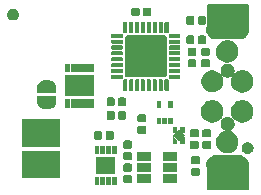
<source format=gts>
G04 #@! TF.GenerationSoftware,KiCad,Pcbnew,(5.1.2)-1*
G04 #@! TF.CreationDate,2019-10-14T15:12:45+02:00*
G04 #@! TF.ProjectId,nk-fido2,6e6b2d66-6964-46f3-922e-6b696361645f,R4*
G04 #@! TF.SameCoordinates,Original*
G04 #@! TF.FileFunction,Soldermask,Top*
G04 #@! TF.FilePolarity,Negative*
%FSLAX46Y46*%
G04 Gerber Fmt 4.6, Leading zero omitted, Abs format (unit mm)*
G04 Created by KiCad (PCBNEW (5.1.2)-1) date 2019-10-14 15:12:45*
%MOMM*%
%LPD*%
G04 APERTURE LIST*
%ADD10C,0.150000*%
%ADD11C,0.001000*%
G04 APERTURE END LIST*
D10*
G36*
X135112000Y-105317890D02*
G01*
X135712000Y-104717890D01*
X135712000Y-106817890D01*
X132312000Y-106817890D01*
X132312000Y-104717890D01*
X132912000Y-105317890D01*
X135112000Y-105317890D01*
G37*
X135112000Y-105317890D02*
X135712000Y-104717890D01*
X135712000Y-106817890D01*
X132312000Y-106817890D01*
X132312000Y-104717890D01*
X132912000Y-105317890D01*
X135112000Y-105317890D01*
G36*
X132912000Y-92718370D02*
G01*
X132312000Y-93318370D01*
X132312000Y-91218370D01*
X135712000Y-91218370D01*
X135712000Y-93318370D01*
X135112000Y-92718370D01*
X132912000Y-92718370D01*
G37*
X132912000Y-92718370D02*
X132312000Y-93318370D01*
X132312000Y-91218370D01*
X135712000Y-91218370D01*
X135712000Y-93318370D01*
X135112000Y-92718370D01*
X132912000Y-92718370D01*
G36*
X129449200Y-102235000D02*
G01*
X129879200Y-102665000D01*
X130309200Y-102235000D01*
X129879200Y-101805000D01*
X129449200Y-102235000D01*
G37*
G36*
X129349200Y-102935000D02*
G01*
X129749200Y-102935000D01*
X129749200Y-102635000D01*
X129399200Y-102285000D01*
X129349200Y-102285000D01*
X129349200Y-102935000D01*
G37*
G36*
X130009200Y-101535000D02*
G01*
X130409200Y-101535000D01*
X130409200Y-102060000D01*
X130234200Y-102060000D01*
X130009200Y-101835000D01*
X130009200Y-101535000D01*
G37*
G36*
X130409200Y-102935000D02*
G01*
X130009200Y-102935000D01*
X130009200Y-102635000D01*
X130234200Y-102410000D01*
X130409200Y-102410000D01*
X130409200Y-102935000D01*
G37*
G36*
X129349200Y-101535000D02*
G01*
X129749200Y-101535000D01*
X129749200Y-101835000D01*
X129524200Y-102060000D01*
X129349200Y-102060000D01*
X129349200Y-101535000D01*
G37*
D11*
X129407100Y-102325000D02*
X129357100Y-102325000D01*
D10*
G36*
X124629200Y-106450000D02*
G01*
X124229200Y-106450000D01*
X124229200Y-105800000D01*
X124629200Y-105800000D01*
X124629200Y-106450000D01*
X124629200Y-106450000D01*
G37*
G36*
X124129200Y-106450000D02*
G01*
X123729200Y-106450000D01*
X123729200Y-105800000D01*
X124129200Y-105800000D01*
X124129200Y-106450000D01*
X124129200Y-106450000D01*
G37*
G36*
X123129200Y-106450000D02*
G01*
X122729200Y-106450000D01*
X122729200Y-105800000D01*
X123129200Y-105800000D01*
X123129200Y-106450000D01*
X123129200Y-106450000D01*
G37*
G36*
X123629200Y-106450000D02*
G01*
X123229200Y-106450000D01*
X123229200Y-105800000D01*
X123629200Y-105800000D01*
X123629200Y-106450000D01*
X123629200Y-106450000D01*
G37*
G36*
X125770391Y-105593194D02*
G01*
X125800385Y-105602292D01*
X125828027Y-105617067D01*
X125852252Y-105636948D01*
X125872133Y-105661173D01*
X125886908Y-105688815D01*
X125896006Y-105718809D01*
X125899200Y-105751232D01*
X125899200Y-106118768D01*
X125896006Y-106151191D01*
X125886908Y-106181185D01*
X125872133Y-106208827D01*
X125852252Y-106233052D01*
X125828027Y-106252933D01*
X125800385Y-106267708D01*
X125770391Y-106276806D01*
X125737968Y-106280000D01*
X125320432Y-106280000D01*
X125288009Y-106276806D01*
X125258015Y-106267708D01*
X125230373Y-106252933D01*
X125206148Y-106233052D01*
X125186267Y-106208827D01*
X125171492Y-106181185D01*
X125162394Y-106151191D01*
X125159200Y-106118768D01*
X125159200Y-105751232D01*
X125162394Y-105718809D01*
X125171492Y-105688815D01*
X125186267Y-105661173D01*
X125206148Y-105636948D01*
X125230373Y-105617067D01*
X125258015Y-105602292D01*
X125288009Y-105593194D01*
X125320432Y-105590000D01*
X125737968Y-105590000D01*
X125770391Y-105593194D01*
X125770391Y-105593194D01*
G37*
G36*
X129709200Y-106275000D02*
G01*
X128549200Y-106275000D01*
X128549200Y-105525000D01*
X129709200Y-105525000D01*
X129709200Y-106275000D01*
X129709200Y-106275000D01*
G37*
G36*
X127509200Y-106275000D02*
G01*
X126349200Y-106275000D01*
X126349200Y-105525000D01*
X127509200Y-105525000D01*
X127509200Y-106275000D01*
X127509200Y-106275000D01*
G37*
G36*
X119825000Y-105890000D02*
G01*
X116625000Y-105890000D01*
X116625000Y-103590000D01*
X119825000Y-103590000D01*
X119825000Y-105890000D01*
X119825000Y-105890000D01*
G37*
G36*
X131520391Y-104978194D02*
G01*
X131550385Y-104987292D01*
X131578027Y-105002067D01*
X131602252Y-105021948D01*
X131622133Y-105046173D01*
X131636908Y-105073815D01*
X131646006Y-105103809D01*
X131649200Y-105136232D01*
X131649200Y-105503768D01*
X131646006Y-105536191D01*
X131636908Y-105566185D01*
X131622133Y-105593827D01*
X131602252Y-105618052D01*
X131578027Y-105637933D01*
X131550385Y-105652708D01*
X131520391Y-105661806D01*
X131487968Y-105665000D01*
X131070432Y-105665000D01*
X131038009Y-105661806D01*
X131008015Y-105652708D01*
X130980373Y-105637933D01*
X130956148Y-105618052D01*
X130936267Y-105593827D01*
X130921492Y-105566185D01*
X130912394Y-105536191D01*
X130909200Y-105503768D01*
X130909200Y-105136232D01*
X130912394Y-105103809D01*
X130921492Y-105073815D01*
X130936267Y-105046173D01*
X130956148Y-105021948D01*
X130980373Y-105002067D01*
X131008015Y-104987292D01*
X131038009Y-104978194D01*
X131070432Y-104975000D01*
X131487968Y-104975000D01*
X131520391Y-104978194D01*
X131520391Y-104978194D01*
G37*
G36*
X135156029Y-103923264D02*
G01*
X135280400Y-103960992D01*
X135306941Y-103969043D01*
X135424850Y-104032067D01*
X135446015Y-104043380D01*
X135567917Y-104143423D01*
X135667960Y-104265325D01*
X135667961Y-104265327D01*
X135742297Y-104404399D01*
X135742298Y-104404403D01*
X135788076Y-104555311D01*
X135803533Y-104712250D01*
X135788076Y-104869189D01*
X135752249Y-104987292D01*
X135742297Y-105020101D01*
X135674200Y-105147500D01*
X135667960Y-105159175D01*
X135567917Y-105281077D01*
X135446015Y-105381120D01*
X135446013Y-105381121D01*
X135306941Y-105455457D01*
X135280400Y-105463508D01*
X135156029Y-105501236D01*
X135038414Y-105512820D01*
X132960786Y-105512820D01*
X132843171Y-105501236D01*
X132718800Y-105463508D01*
X132692259Y-105455457D01*
X132553187Y-105381121D01*
X132553185Y-105381120D01*
X132431283Y-105281077D01*
X132331240Y-105159175D01*
X132325000Y-105147500D01*
X132256903Y-105020101D01*
X132246951Y-104987292D01*
X132211124Y-104869189D01*
X132195667Y-104712250D01*
X132211124Y-104555311D01*
X132256902Y-104404403D01*
X132256903Y-104404399D01*
X132331239Y-104265327D01*
X132331240Y-104265325D01*
X132431283Y-104143423D01*
X132553185Y-104043380D01*
X132574350Y-104032067D01*
X132692259Y-103969043D01*
X132718800Y-103960992D01*
X132843171Y-103923264D01*
X132960786Y-103911680D01*
X135038414Y-103911680D01*
X135156029Y-103923264D01*
X135156029Y-103923264D01*
G37*
G36*
X124479200Y-105500000D02*
G01*
X122879200Y-105500000D01*
X122879200Y-104100000D01*
X124479200Y-104100000D01*
X124479200Y-105500000D01*
X124479200Y-105500000D01*
G37*
G36*
X129709200Y-105325000D02*
G01*
X128549200Y-105325000D01*
X128549200Y-104575000D01*
X129709200Y-104575000D01*
X129709200Y-105325000D01*
X129709200Y-105325000D01*
G37*
G36*
X127509200Y-105325000D02*
G01*
X126349200Y-105325000D01*
X126349200Y-104575000D01*
X127509200Y-104575000D01*
X127509200Y-105325000D01*
X127509200Y-105325000D01*
G37*
G36*
X125770391Y-104623194D02*
G01*
X125800385Y-104632292D01*
X125828027Y-104647067D01*
X125852252Y-104666948D01*
X125872133Y-104691173D01*
X125886908Y-104718815D01*
X125896006Y-104748809D01*
X125899200Y-104781232D01*
X125899200Y-105148768D01*
X125896006Y-105181191D01*
X125886908Y-105211185D01*
X125872133Y-105238827D01*
X125852252Y-105263052D01*
X125828027Y-105282933D01*
X125800385Y-105297708D01*
X125770391Y-105306806D01*
X125737968Y-105310000D01*
X125320432Y-105310000D01*
X125288009Y-105306806D01*
X125258015Y-105297708D01*
X125230373Y-105282933D01*
X125206148Y-105263052D01*
X125186267Y-105238827D01*
X125171492Y-105211185D01*
X125162394Y-105181191D01*
X125159200Y-105148768D01*
X125159200Y-104781232D01*
X125162394Y-104748809D01*
X125171492Y-104718815D01*
X125186267Y-104691173D01*
X125206148Y-104666948D01*
X125230373Y-104647067D01*
X125258015Y-104632292D01*
X125288009Y-104623194D01*
X125320432Y-104620000D01*
X125737968Y-104620000D01*
X125770391Y-104623194D01*
X125770391Y-104623194D01*
G37*
G36*
X131520391Y-104008194D02*
G01*
X131550385Y-104017292D01*
X131578027Y-104032067D01*
X131602252Y-104051948D01*
X131622133Y-104076173D01*
X131636908Y-104103815D01*
X131646006Y-104133809D01*
X131649200Y-104166232D01*
X131649200Y-104533768D01*
X131646006Y-104566191D01*
X131636908Y-104596185D01*
X131622133Y-104623827D01*
X131602252Y-104648052D01*
X131578027Y-104667933D01*
X131550385Y-104682708D01*
X131520391Y-104691806D01*
X131487968Y-104695000D01*
X131070432Y-104695000D01*
X131038009Y-104691806D01*
X131008015Y-104682708D01*
X130980373Y-104667933D01*
X130956148Y-104648052D01*
X130936267Y-104623827D01*
X130921492Y-104596185D01*
X130912394Y-104566191D01*
X130909200Y-104533768D01*
X130909200Y-104166232D01*
X130912394Y-104133809D01*
X130921492Y-104103815D01*
X130936267Y-104076173D01*
X130956148Y-104051948D01*
X130980373Y-104032067D01*
X131008015Y-104017292D01*
X131038009Y-104008194D01*
X131070432Y-104005000D01*
X131487968Y-104005000D01*
X131520391Y-104008194D01*
X131520391Y-104008194D01*
G37*
G36*
X129709200Y-104375000D02*
G01*
X128549200Y-104375000D01*
X128549200Y-103625000D01*
X129709200Y-103625000D01*
X129709200Y-104375000D01*
X129709200Y-104375000D01*
G37*
G36*
X127509200Y-104375000D02*
G01*
X126349200Y-104375000D01*
X126349200Y-103625000D01*
X127509200Y-103625000D01*
X127509200Y-104375000D01*
X127509200Y-104375000D01*
G37*
G36*
X125770391Y-103643194D02*
G01*
X125800385Y-103652292D01*
X125828027Y-103667067D01*
X125852252Y-103686948D01*
X125872133Y-103711173D01*
X125886908Y-103738815D01*
X125896006Y-103768809D01*
X125899200Y-103801232D01*
X125899200Y-104168768D01*
X125896006Y-104201191D01*
X125886908Y-104231185D01*
X125872133Y-104258827D01*
X125852252Y-104283052D01*
X125828027Y-104302933D01*
X125800385Y-104317708D01*
X125770391Y-104326806D01*
X125737968Y-104330000D01*
X125320432Y-104330000D01*
X125288009Y-104326806D01*
X125258015Y-104317708D01*
X125230373Y-104302933D01*
X125206148Y-104283052D01*
X125186267Y-104258827D01*
X125171492Y-104231185D01*
X125162394Y-104201191D01*
X125159200Y-104168768D01*
X125159200Y-103801232D01*
X125162394Y-103768809D01*
X125171492Y-103738815D01*
X125186267Y-103711173D01*
X125206148Y-103686948D01*
X125230373Y-103667067D01*
X125258015Y-103652292D01*
X125288009Y-103643194D01*
X125320432Y-103640000D01*
X125737968Y-103640000D01*
X125770391Y-103643194D01*
X125770391Y-103643194D01*
G37*
G36*
X124629200Y-103800000D02*
G01*
X124229200Y-103800000D01*
X124229200Y-103150000D01*
X124629200Y-103150000D01*
X124629200Y-103800000D01*
X124629200Y-103800000D01*
G37*
G36*
X135845845Y-102819215D02*
G01*
X135936839Y-102856906D01*
X136018731Y-102911625D01*
X136088375Y-102981269D01*
X136143094Y-103063161D01*
X136180785Y-103154155D01*
X136200000Y-103250754D01*
X136200000Y-103349246D01*
X136180785Y-103445845D01*
X136143094Y-103536839D01*
X136088375Y-103618731D01*
X136018731Y-103688375D01*
X135936839Y-103743094D01*
X135845845Y-103780785D01*
X135749246Y-103800000D01*
X135650754Y-103800000D01*
X135554155Y-103780785D01*
X135463161Y-103743094D01*
X135381269Y-103688375D01*
X135311625Y-103618731D01*
X135256906Y-103536839D01*
X135219215Y-103445845D01*
X135200000Y-103349246D01*
X135200000Y-103250754D01*
X135219215Y-103154155D01*
X135256906Y-103063161D01*
X135311625Y-102981269D01*
X135381269Y-102911625D01*
X135463161Y-102856906D01*
X135554155Y-102819215D01*
X135650754Y-102800000D01*
X135749246Y-102800000D01*
X135845845Y-102819215D01*
X135845845Y-102819215D01*
G37*
G36*
X123129200Y-103800000D02*
G01*
X122729200Y-103800000D01*
X122729200Y-103150000D01*
X123129200Y-103150000D01*
X123129200Y-103800000D01*
X123129200Y-103800000D01*
G37*
G36*
X124129200Y-103800000D02*
G01*
X123729200Y-103800000D01*
X123729200Y-103150000D01*
X124129200Y-103150000D01*
X124129200Y-103800000D01*
X124129200Y-103800000D01*
G37*
G36*
X123629200Y-103800000D02*
G01*
X123229200Y-103800000D01*
X123229200Y-103150000D01*
X123629200Y-103150000D01*
X123629200Y-103800000D01*
X123629200Y-103800000D01*
G37*
G36*
X134174587Y-100686074D02*
G01*
X134283764Y-100731296D01*
X134382021Y-100796949D01*
X134465581Y-100880509D01*
X134531234Y-100978766D01*
X134576456Y-101087943D01*
X134599510Y-101203844D01*
X134599510Y-101322016D01*
X134576456Y-101437917D01*
X134531234Y-101547094D01*
X134465581Y-101645351D01*
X134382021Y-101728911D01*
X134283764Y-101794564D01*
X134198046Y-101830069D01*
X134193726Y-101832378D01*
X134189938Y-101835487D01*
X134186829Y-101839275D01*
X134184519Y-101843597D01*
X134183096Y-101848287D01*
X134182616Y-101853164D01*
X134183096Y-101858041D01*
X134184519Y-101862731D01*
X134186829Y-101867053D01*
X134189938Y-101870841D01*
X134193726Y-101873950D01*
X134198048Y-101876260D01*
X134202737Y-101877683D01*
X134220581Y-101881232D01*
X134247106Y-101886508D01*
X134419993Y-101958120D01*
X134575591Y-102062088D01*
X134707912Y-102194409D01*
X134811880Y-102350007D01*
X134883492Y-102522894D01*
X134883492Y-102522895D01*
X134918536Y-102699071D01*
X134920000Y-102706435D01*
X134920000Y-102893565D01*
X134883492Y-103077106D01*
X134811880Y-103249993D01*
X134796164Y-103273513D01*
X134725012Y-103380000D01*
X134707912Y-103405591D01*
X134575591Y-103537912D01*
X134419993Y-103641880D01*
X134247106Y-103713492D01*
X134185926Y-103725661D01*
X134063567Y-103750000D01*
X133876433Y-103750000D01*
X133754074Y-103725661D01*
X133692894Y-103713492D01*
X133520007Y-103641880D01*
X133364409Y-103537912D01*
X133232088Y-103405591D01*
X133214989Y-103380000D01*
X133143836Y-103273513D01*
X133128120Y-103249993D01*
X133056508Y-103077106D01*
X133020000Y-102893565D01*
X133020000Y-102706435D01*
X133021465Y-102699071D01*
X133056508Y-102522895D01*
X133056508Y-102522894D01*
X133128120Y-102350007D01*
X133232088Y-102194409D01*
X133364409Y-102062088D01*
X133520007Y-101958120D01*
X133692894Y-101886508D01*
X133719419Y-101881232D01*
X133777260Y-101869727D01*
X133781945Y-101868305D01*
X133786268Y-101865995D01*
X133790056Y-101862886D01*
X133793165Y-101859098D01*
X133795475Y-101854776D01*
X133796898Y-101850086D01*
X133797378Y-101845209D01*
X133796898Y-101840332D01*
X133795475Y-101835643D01*
X133793165Y-101831320D01*
X133790056Y-101827532D01*
X133786268Y-101824423D01*
X133781946Y-101822113D01*
X133715436Y-101794564D01*
X133710361Y-101791173D01*
X133617179Y-101728911D01*
X133533619Y-101645351D01*
X133467966Y-101547094D01*
X133422744Y-101437917D01*
X133399690Y-101322016D01*
X133399690Y-101203844D01*
X133422744Y-101087943D01*
X133467966Y-100978766D01*
X133533619Y-100880509D01*
X133617179Y-100796949D01*
X133715436Y-100731296D01*
X133824613Y-100686074D01*
X133940514Y-100663020D01*
X134058686Y-100663020D01*
X134174587Y-100686074D01*
X134174587Y-100686074D01*
G37*
G36*
X132470391Y-102693194D02*
G01*
X132500385Y-102702292D01*
X132528027Y-102717067D01*
X132552252Y-102736948D01*
X132572133Y-102761173D01*
X132586908Y-102788815D01*
X132596006Y-102818809D01*
X132599200Y-102851232D01*
X132599200Y-103218768D01*
X132596006Y-103251191D01*
X132586908Y-103281185D01*
X132572133Y-103308827D01*
X132552252Y-103333052D01*
X132528027Y-103352933D01*
X132500385Y-103367708D01*
X132470391Y-103376806D01*
X132437968Y-103380000D01*
X132020432Y-103380000D01*
X131988009Y-103376806D01*
X131958015Y-103367708D01*
X131930373Y-103352933D01*
X131906148Y-103333052D01*
X131886267Y-103308827D01*
X131871492Y-103281185D01*
X131862394Y-103251191D01*
X131859200Y-103218768D01*
X131859200Y-102851232D01*
X131862394Y-102818809D01*
X131871492Y-102788815D01*
X131886267Y-102761173D01*
X131906148Y-102736948D01*
X131930373Y-102717067D01*
X131958015Y-102702292D01*
X131988009Y-102693194D01*
X132020432Y-102690000D01*
X132437968Y-102690000D01*
X132470391Y-102693194D01*
X132470391Y-102693194D01*
G37*
G36*
X131420391Y-102693194D02*
G01*
X131450385Y-102702292D01*
X131478027Y-102717067D01*
X131502252Y-102736948D01*
X131522133Y-102761173D01*
X131536908Y-102788815D01*
X131546006Y-102818809D01*
X131549200Y-102851232D01*
X131549200Y-103218768D01*
X131546006Y-103251191D01*
X131536908Y-103281185D01*
X131522133Y-103308827D01*
X131502252Y-103333052D01*
X131478027Y-103352933D01*
X131450385Y-103367708D01*
X131420391Y-103376806D01*
X131387968Y-103380000D01*
X130970432Y-103380000D01*
X130938009Y-103376806D01*
X130908015Y-103367708D01*
X130880373Y-103352933D01*
X130856148Y-103333052D01*
X130836267Y-103308827D01*
X130821492Y-103281185D01*
X130812394Y-103251191D01*
X130809200Y-103218768D01*
X130809200Y-102851232D01*
X130812394Y-102818809D01*
X130821492Y-102788815D01*
X130836267Y-102761173D01*
X130856148Y-102736948D01*
X130880373Y-102717067D01*
X130908015Y-102702292D01*
X130938009Y-102693194D01*
X130970432Y-102690000D01*
X131387968Y-102690000D01*
X131420391Y-102693194D01*
X131420391Y-102693194D01*
G37*
G36*
X125770391Y-102673194D02*
G01*
X125800385Y-102682292D01*
X125828027Y-102697067D01*
X125852252Y-102716948D01*
X125872133Y-102741173D01*
X125886908Y-102768815D01*
X125896006Y-102798809D01*
X125899200Y-102831232D01*
X125899200Y-103198768D01*
X125896006Y-103231191D01*
X125886908Y-103261185D01*
X125872133Y-103288827D01*
X125852252Y-103313052D01*
X125828027Y-103332933D01*
X125800385Y-103347708D01*
X125770391Y-103356806D01*
X125737968Y-103360000D01*
X125320432Y-103360000D01*
X125288009Y-103356806D01*
X125258015Y-103347708D01*
X125230373Y-103332933D01*
X125206148Y-103313052D01*
X125186267Y-103288827D01*
X125171492Y-103261185D01*
X125162394Y-103231191D01*
X125159200Y-103198768D01*
X125159200Y-102831232D01*
X125162394Y-102798809D01*
X125171492Y-102768815D01*
X125186267Y-102741173D01*
X125206148Y-102716948D01*
X125230373Y-102697067D01*
X125258015Y-102682292D01*
X125288009Y-102673194D01*
X125320432Y-102670000D01*
X125737968Y-102670000D01*
X125770391Y-102673194D01*
X125770391Y-102673194D01*
G37*
G36*
X119825000Y-103190000D02*
G01*
X116625000Y-103190000D01*
X116625000Y-100890000D01*
X119825000Y-100890000D01*
X119825000Y-103190000D01*
X119825000Y-103190000D01*
G37*
G36*
X129619200Y-102805000D02*
G01*
X129419200Y-102805000D01*
X129419200Y-102605000D01*
X129619200Y-102605000D01*
X129619200Y-102805000D01*
X129619200Y-102805000D01*
G37*
G36*
X130339200Y-102805000D02*
G01*
X130139200Y-102805000D01*
X130139200Y-102605000D01*
X130339200Y-102605000D01*
X130339200Y-102805000D01*
X130339200Y-102805000D01*
G37*
G36*
X130360033Y-102235000D02*
G01*
X129879200Y-102715833D01*
X129398367Y-102235000D01*
X129879200Y-101754167D01*
X130360033Y-102235000D01*
X130360033Y-102235000D01*
G37*
G36*
X123260391Y-101868194D02*
G01*
X123290385Y-101877292D01*
X123318027Y-101892067D01*
X123342252Y-101911948D01*
X123362133Y-101936173D01*
X123376908Y-101963815D01*
X123386006Y-101993809D01*
X123389200Y-102026232D01*
X123389200Y-102443768D01*
X123386006Y-102476191D01*
X123376908Y-102506185D01*
X123362133Y-102533827D01*
X123342252Y-102558052D01*
X123318027Y-102577933D01*
X123290385Y-102592708D01*
X123260391Y-102601806D01*
X123227968Y-102605000D01*
X122860432Y-102605000D01*
X122828009Y-102601806D01*
X122798015Y-102592708D01*
X122770373Y-102577933D01*
X122746148Y-102558052D01*
X122726267Y-102533827D01*
X122711492Y-102506185D01*
X122702394Y-102476191D01*
X122699200Y-102443768D01*
X122699200Y-102026232D01*
X122702394Y-101993809D01*
X122711492Y-101963815D01*
X122726267Y-101936173D01*
X122746148Y-101911948D01*
X122770373Y-101892067D01*
X122798015Y-101877292D01*
X122828009Y-101868194D01*
X122860432Y-101865000D01*
X123227968Y-101865000D01*
X123260391Y-101868194D01*
X123260391Y-101868194D01*
G37*
G36*
X124230391Y-101868194D02*
G01*
X124260385Y-101877292D01*
X124288027Y-101892067D01*
X124312252Y-101911948D01*
X124332133Y-101936173D01*
X124346908Y-101963815D01*
X124356006Y-101993809D01*
X124359200Y-102026232D01*
X124359200Y-102443768D01*
X124356006Y-102476191D01*
X124346908Y-102506185D01*
X124332133Y-102533827D01*
X124312252Y-102558052D01*
X124288027Y-102577933D01*
X124260385Y-102592708D01*
X124230391Y-102601806D01*
X124197968Y-102605000D01*
X123830432Y-102605000D01*
X123798009Y-102601806D01*
X123768015Y-102592708D01*
X123740373Y-102577933D01*
X123716148Y-102558052D01*
X123696267Y-102533827D01*
X123681492Y-102506185D01*
X123672394Y-102476191D01*
X123669200Y-102443768D01*
X123669200Y-102026232D01*
X123672394Y-101993809D01*
X123681492Y-101963815D01*
X123696267Y-101936173D01*
X123716148Y-101911948D01*
X123740373Y-101892067D01*
X123768015Y-101877292D01*
X123798009Y-101868194D01*
X123830432Y-101865000D01*
X124197968Y-101865000D01*
X124230391Y-101868194D01*
X124230391Y-101868194D01*
G37*
G36*
X132470391Y-101723194D02*
G01*
X132500385Y-101732292D01*
X132528027Y-101747067D01*
X132552252Y-101766948D01*
X132572133Y-101791173D01*
X132586908Y-101818815D01*
X132596006Y-101848809D01*
X132599200Y-101881232D01*
X132599200Y-102248768D01*
X132596006Y-102281191D01*
X132586908Y-102311185D01*
X132572133Y-102338827D01*
X132552252Y-102363052D01*
X132528027Y-102382933D01*
X132500385Y-102397708D01*
X132470391Y-102406806D01*
X132437968Y-102410000D01*
X132020432Y-102410000D01*
X131988009Y-102406806D01*
X131958015Y-102397708D01*
X131930373Y-102382933D01*
X131906148Y-102363052D01*
X131886267Y-102338827D01*
X131871492Y-102311185D01*
X131862394Y-102281191D01*
X131859200Y-102248768D01*
X131859200Y-101881232D01*
X131862394Y-101848809D01*
X131871492Y-101818815D01*
X131886267Y-101791173D01*
X131906148Y-101766948D01*
X131930373Y-101747067D01*
X131958015Y-101732292D01*
X131988009Y-101723194D01*
X132020432Y-101720000D01*
X132437968Y-101720000D01*
X132470391Y-101723194D01*
X132470391Y-101723194D01*
G37*
G36*
X131420391Y-101723194D02*
G01*
X131450385Y-101732292D01*
X131478027Y-101747067D01*
X131502252Y-101766948D01*
X131522133Y-101791173D01*
X131536908Y-101818815D01*
X131546006Y-101848809D01*
X131549200Y-101881232D01*
X131549200Y-102248768D01*
X131546006Y-102281191D01*
X131536908Y-102311185D01*
X131522133Y-102338827D01*
X131502252Y-102363052D01*
X131478027Y-102382933D01*
X131450385Y-102397708D01*
X131420391Y-102406806D01*
X131387968Y-102410000D01*
X130970432Y-102410000D01*
X130938009Y-102406806D01*
X130908015Y-102397708D01*
X130880373Y-102382933D01*
X130856148Y-102363052D01*
X130836267Y-102338827D01*
X130821492Y-102311185D01*
X130812394Y-102281191D01*
X130809200Y-102248768D01*
X130809200Y-101881232D01*
X130812394Y-101848809D01*
X130821492Y-101818815D01*
X130836267Y-101791173D01*
X130856148Y-101766948D01*
X130880373Y-101747067D01*
X130908015Y-101732292D01*
X130938009Y-101723194D01*
X130970432Y-101720000D01*
X131387968Y-101720000D01*
X131420391Y-101723194D01*
X131420391Y-101723194D01*
G37*
G36*
X126970391Y-101428194D02*
G01*
X127000385Y-101437292D01*
X127028027Y-101452067D01*
X127052252Y-101471948D01*
X127072133Y-101496173D01*
X127086908Y-101523815D01*
X127096006Y-101553809D01*
X127099200Y-101586232D01*
X127099200Y-101953768D01*
X127096006Y-101986191D01*
X127086908Y-102016185D01*
X127072133Y-102043827D01*
X127052252Y-102068052D01*
X127028027Y-102087933D01*
X127000385Y-102102708D01*
X126970391Y-102111806D01*
X126937968Y-102115000D01*
X126520432Y-102115000D01*
X126488009Y-102111806D01*
X126458015Y-102102708D01*
X126430373Y-102087933D01*
X126406148Y-102068052D01*
X126386267Y-102043827D01*
X126371492Y-102016185D01*
X126362394Y-101986191D01*
X126359200Y-101953768D01*
X126359200Y-101586232D01*
X126362394Y-101553809D01*
X126371492Y-101523815D01*
X126386267Y-101496173D01*
X126406148Y-101471948D01*
X126430373Y-101452067D01*
X126458015Y-101437292D01*
X126488009Y-101428194D01*
X126520432Y-101425000D01*
X126937968Y-101425000D01*
X126970391Y-101428194D01*
X126970391Y-101428194D01*
G37*
G36*
X130329200Y-101885000D02*
G01*
X130129200Y-101885000D01*
X130129200Y-101685000D01*
X130329200Y-101685000D01*
X130329200Y-101885000D01*
X130329200Y-101885000D01*
G37*
G36*
X129619200Y-101885000D02*
G01*
X129419200Y-101885000D01*
X129419200Y-101685000D01*
X129619200Y-101685000D01*
X129619200Y-101885000D01*
X129619200Y-101885000D01*
G37*
G36*
X128379200Y-101310000D02*
G01*
X127979200Y-101310000D01*
X127979200Y-100760000D01*
X128379200Y-100760000D01*
X128379200Y-101310000D01*
X128379200Y-101310000D01*
G37*
G36*
X128879200Y-101310000D02*
G01*
X128479200Y-101310000D01*
X128479200Y-100760000D01*
X128879200Y-100760000D01*
X128879200Y-101310000D01*
X128879200Y-101310000D01*
G37*
G36*
X129379200Y-101310000D02*
G01*
X128979200Y-101310000D01*
X128979200Y-100760000D01*
X129379200Y-100760000D01*
X129379200Y-101310000D01*
X129379200Y-101310000D01*
G37*
G36*
X132915926Y-99284339D02*
G01*
X132977106Y-99296508D01*
X133149993Y-99368120D01*
X133149994Y-99368121D01*
X133276824Y-99452866D01*
X133305591Y-99472088D01*
X133437912Y-99604409D01*
X133541880Y-99760007D01*
X133613492Y-99932894D01*
X133623929Y-99985363D01*
X133650000Y-100116433D01*
X133650000Y-100303567D01*
X133625661Y-100425926D01*
X133613492Y-100487106D01*
X133541880Y-100659993D01*
X133494236Y-100731297D01*
X133439301Y-100813513D01*
X133437912Y-100815591D01*
X133305591Y-100947912D01*
X133149993Y-101051880D01*
X132977106Y-101123492D01*
X132934991Y-101131869D01*
X132793567Y-101160000D01*
X132606433Y-101160000D01*
X132465009Y-101131869D01*
X132422894Y-101123492D01*
X132250007Y-101051880D01*
X132094409Y-100947912D01*
X131962088Y-100815591D01*
X131960700Y-100813513D01*
X131905764Y-100731297D01*
X131858120Y-100659993D01*
X131786508Y-100487106D01*
X131774339Y-100425926D01*
X131750000Y-100303567D01*
X131750000Y-100116433D01*
X131776071Y-99985363D01*
X131786508Y-99932894D01*
X131858120Y-99760007D01*
X131962088Y-99604409D01*
X132094409Y-99472088D01*
X132123177Y-99452866D01*
X132250006Y-99368121D01*
X132250007Y-99368120D01*
X132422894Y-99296508D01*
X132484074Y-99284339D01*
X132606433Y-99260000D01*
X132793567Y-99260000D01*
X132915926Y-99284339D01*
X132915926Y-99284339D01*
G37*
G36*
X135455926Y-99284339D02*
G01*
X135517106Y-99296508D01*
X135689993Y-99368120D01*
X135689994Y-99368121D01*
X135816824Y-99452866D01*
X135845591Y-99472088D01*
X135977912Y-99604409D01*
X136081880Y-99760007D01*
X136153492Y-99932894D01*
X136163929Y-99985363D01*
X136190000Y-100116433D01*
X136190000Y-100303567D01*
X136165661Y-100425926D01*
X136153492Y-100487106D01*
X136081880Y-100659993D01*
X136034236Y-100731297D01*
X135979301Y-100813513D01*
X135977912Y-100815591D01*
X135845591Y-100947912D01*
X135689993Y-101051880D01*
X135517106Y-101123492D01*
X135474991Y-101131869D01*
X135333567Y-101160000D01*
X135146433Y-101160000D01*
X135005009Y-101131869D01*
X134962894Y-101123492D01*
X134790007Y-101051880D01*
X134634409Y-100947912D01*
X134502088Y-100815591D01*
X134500700Y-100813513D01*
X134445764Y-100731297D01*
X134398120Y-100659993D01*
X134326508Y-100487106D01*
X134314339Y-100425926D01*
X134290000Y-100303567D01*
X134290000Y-100116433D01*
X134316071Y-99985363D01*
X134326508Y-99932894D01*
X134398120Y-99760007D01*
X134502088Y-99604409D01*
X134634409Y-99472088D01*
X134663177Y-99452866D01*
X134790006Y-99368121D01*
X134790007Y-99368120D01*
X134962894Y-99296508D01*
X135024074Y-99284339D01*
X135146433Y-99260000D01*
X135333567Y-99260000D01*
X135455926Y-99284339D01*
X135455926Y-99284339D01*
G37*
G36*
X126970391Y-100458194D02*
G01*
X127000385Y-100467292D01*
X127028027Y-100482067D01*
X127052252Y-100501948D01*
X127072133Y-100526173D01*
X127086908Y-100553815D01*
X127096006Y-100583809D01*
X127099200Y-100616232D01*
X127099200Y-100983768D01*
X127096006Y-101016191D01*
X127086908Y-101046185D01*
X127072133Y-101073827D01*
X127052252Y-101098052D01*
X127028027Y-101117933D01*
X127000385Y-101132708D01*
X126970391Y-101141806D01*
X126937968Y-101145000D01*
X126520432Y-101145000D01*
X126488009Y-101141806D01*
X126458015Y-101132708D01*
X126430373Y-101117933D01*
X126406148Y-101098052D01*
X126386267Y-101073827D01*
X126371492Y-101046185D01*
X126362394Y-101016191D01*
X126359200Y-100983768D01*
X126359200Y-100616232D01*
X126362394Y-100583809D01*
X126371492Y-100553815D01*
X126386267Y-100526173D01*
X126406148Y-100501948D01*
X126430373Y-100482067D01*
X126458015Y-100467292D01*
X126488009Y-100458194D01*
X126520432Y-100455000D01*
X126937968Y-100455000D01*
X126970391Y-100458194D01*
X126970391Y-100458194D01*
G37*
G36*
X124310391Y-100183194D02*
G01*
X124340385Y-100192292D01*
X124368027Y-100207067D01*
X124392252Y-100226948D01*
X124412133Y-100251173D01*
X124426908Y-100278815D01*
X124436006Y-100308809D01*
X124439200Y-100341232D01*
X124439200Y-100758768D01*
X124436006Y-100791191D01*
X124426908Y-100821185D01*
X124412133Y-100848827D01*
X124392252Y-100873052D01*
X124368027Y-100892933D01*
X124340385Y-100907708D01*
X124310391Y-100916806D01*
X124277968Y-100920000D01*
X123910432Y-100920000D01*
X123878009Y-100916806D01*
X123848015Y-100907708D01*
X123820373Y-100892933D01*
X123796148Y-100873052D01*
X123776267Y-100848827D01*
X123761492Y-100821185D01*
X123752394Y-100791191D01*
X123749200Y-100758768D01*
X123749200Y-100341232D01*
X123752394Y-100308809D01*
X123761492Y-100278815D01*
X123776267Y-100251173D01*
X123796148Y-100226948D01*
X123820373Y-100207067D01*
X123848015Y-100192292D01*
X123878009Y-100183194D01*
X123910432Y-100180000D01*
X124277968Y-100180000D01*
X124310391Y-100183194D01*
X124310391Y-100183194D01*
G37*
G36*
X125280391Y-100183194D02*
G01*
X125310385Y-100192292D01*
X125338027Y-100207067D01*
X125362252Y-100226948D01*
X125382133Y-100251173D01*
X125396908Y-100278815D01*
X125406006Y-100308809D01*
X125409200Y-100341232D01*
X125409200Y-100758768D01*
X125406006Y-100791191D01*
X125396908Y-100821185D01*
X125382133Y-100848827D01*
X125362252Y-100873052D01*
X125338027Y-100892933D01*
X125310385Y-100907708D01*
X125280391Y-100916806D01*
X125247968Y-100920000D01*
X124880432Y-100920000D01*
X124848009Y-100916806D01*
X124818015Y-100907708D01*
X124790373Y-100892933D01*
X124766148Y-100873052D01*
X124746267Y-100848827D01*
X124731492Y-100821185D01*
X124722394Y-100791191D01*
X124719200Y-100758768D01*
X124719200Y-100341232D01*
X124722394Y-100308809D01*
X124731492Y-100278815D01*
X124746267Y-100251173D01*
X124766148Y-100226948D01*
X124790373Y-100207067D01*
X124818015Y-100192292D01*
X124848009Y-100183194D01*
X124880432Y-100180000D01*
X125247968Y-100180000D01*
X125280391Y-100183194D01*
X125280391Y-100183194D01*
G37*
G36*
X119429197Y-98884758D02*
G01*
X119429200Y-98884758D01*
X119439002Y-98885723D01*
X119448427Y-98888582D01*
X119457113Y-98893225D01*
X119464726Y-98899474D01*
X119470975Y-98907087D01*
X119475618Y-98915773D01*
X119478477Y-98925198D01*
X119479442Y-98935000D01*
X119479563Y-98936232D01*
X119479563Y-99433768D01*
X119479442Y-99434996D01*
X119479442Y-99435000D01*
X119478477Y-99444802D01*
X119478231Y-99445613D01*
X119477276Y-99450414D01*
X119477155Y-99452866D01*
X119477155Y-99482777D01*
X119477034Y-99484005D01*
X119477034Y-99484009D01*
X119476069Y-99493811D01*
X119476067Y-99493821D01*
X119475947Y-99495039D01*
X119457304Y-99588764D01*
X119456949Y-99589935D01*
X119456947Y-99589944D01*
X119454088Y-99599369D01*
X119453729Y-99600551D01*
X119417161Y-99688835D01*
X119416581Y-99689919D01*
X119416579Y-99689925D01*
X119411936Y-99698611D01*
X119411931Y-99698618D01*
X119411354Y-99699698D01*
X119358262Y-99779156D01*
X119357484Y-99780104D01*
X119357480Y-99780110D01*
X119353573Y-99784870D01*
X119350447Y-99788679D01*
X119282879Y-99856247D01*
X119279070Y-99859373D01*
X119274310Y-99863280D01*
X119274304Y-99863284D01*
X119273356Y-99864062D01*
X119193898Y-99917154D01*
X119192818Y-99917731D01*
X119192811Y-99917736D01*
X119184125Y-99922379D01*
X119184119Y-99922381D01*
X119183035Y-99922961D01*
X119094751Y-99959529D01*
X119093574Y-99959886D01*
X119093569Y-99959888D01*
X119084144Y-99962747D01*
X119084135Y-99962749D01*
X119082964Y-99963104D01*
X118989239Y-99981747D01*
X118988021Y-99981867D01*
X118988011Y-99981869D01*
X118978209Y-99982834D01*
X118978205Y-99982834D01*
X118976977Y-99982955D01*
X118947066Y-99982955D01*
X118942189Y-99983435D01*
X118939818Y-99984030D01*
X118939002Y-99984277D01*
X118929200Y-99985242D01*
X118929196Y-99985242D01*
X118927968Y-99985363D01*
X118430432Y-99985363D01*
X118429204Y-99985242D01*
X118429200Y-99985242D01*
X118419398Y-99984277D01*
X118418587Y-99984031D01*
X118413786Y-99983076D01*
X118411334Y-99982955D01*
X118381423Y-99982955D01*
X118380195Y-99982834D01*
X118380191Y-99982834D01*
X118370389Y-99981869D01*
X118370379Y-99981867D01*
X118369161Y-99981747D01*
X118275436Y-99963104D01*
X118274265Y-99962749D01*
X118274256Y-99962747D01*
X118264831Y-99959888D01*
X118264826Y-99959886D01*
X118263649Y-99959529D01*
X118175365Y-99922961D01*
X118174281Y-99922381D01*
X118174275Y-99922379D01*
X118165589Y-99917736D01*
X118165582Y-99917731D01*
X118164502Y-99917154D01*
X118085044Y-99864062D01*
X118084096Y-99863284D01*
X118084090Y-99863280D01*
X118079330Y-99859373D01*
X118075521Y-99856247D01*
X118007953Y-99788679D01*
X118004827Y-99784870D01*
X118000920Y-99780110D01*
X118000916Y-99780104D01*
X118000138Y-99779156D01*
X117947046Y-99699698D01*
X117946469Y-99698618D01*
X117946464Y-99698611D01*
X117941821Y-99689925D01*
X117941819Y-99689919D01*
X117941239Y-99688835D01*
X117904671Y-99600551D01*
X117904312Y-99599369D01*
X117901453Y-99589944D01*
X117901451Y-99589935D01*
X117901096Y-99588764D01*
X117882453Y-99495039D01*
X117882333Y-99493821D01*
X117882331Y-99493811D01*
X117881366Y-99484009D01*
X117881366Y-99484005D01*
X117881245Y-99482777D01*
X117881245Y-99452866D01*
X117880765Y-99447989D01*
X117880170Y-99445618D01*
X117879923Y-99444802D01*
X117878958Y-99435000D01*
X117878958Y-99434996D01*
X117878837Y-99433768D01*
X117878837Y-98936232D01*
X117878958Y-98935000D01*
X117879923Y-98925198D01*
X117882782Y-98915773D01*
X117887425Y-98907087D01*
X117893674Y-98899474D01*
X117901287Y-98893225D01*
X117909973Y-98888582D01*
X117919398Y-98885723D01*
X117929200Y-98884758D01*
X117929203Y-98884758D01*
X117930432Y-98884637D01*
X119427968Y-98884637D01*
X119429197Y-98884758D01*
X119429197Y-98884758D01*
G37*
G36*
X128379200Y-99910000D02*
G01*
X127979200Y-99910000D01*
X127979200Y-99360000D01*
X128379200Y-99360000D01*
X128379200Y-99910000D01*
X128379200Y-99910000D01*
G37*
G36*
X129379200Y-99910000D02*
G01*
X128979200Y-99910000D01*
X128979200Y-99360000D01*
X129379200Y-99360000D01*
X129379200Y-99910000D01*
X129379200Y-99910000D01*
G37*
G36*
X121154200Y-99885000D02*
G01*
X120704200Y-99885000D01*
X120704200Y-99185000D01*
X121154200Y-99185000D01*
X121154200Y-99885000D01*
X121154200Y-99885000D01*
G37*
G36*
X121654200Y-99885000D02*
G01*
X121204200Y-99885000D01*
X121204200Y-99185000D01*
X121654200Y-99185000D01*
X121654200Y-99885000D01*
X121654200Y-99885000D01*
G37*
G36*
X120654200Y-99885000D02*
G01*
X120204200Y-99885000D01*
X120204200Y-99185000D01*
X120654200Y-99185000D01*
X120654200Y-99885000D01*
X120654200Y-99885000D01*
G37*
G36*
X122154200Y-99885000D02*
G01*
X121704200Y-99885000D01*
X121704200Y-99185000D01*
X122154200Y-99185000D01*
X122154200Y-99885000D01*
X122154200Y-99885000D01*
G37*
G36*
X122654200Y-99885000D02*
G01*
X122204200Y-99885000D01*
X122204200Y-99185000D01*
X122654200Y-99185000D01*
X122654200Y-99885000D01*
X122654200Y-99885000D01*
G37*
G36*
X125280391Y-99033194D02*
G01*
X125310385Y-99042292D01*
X125338027Y-99057067D01*
X125362252Y-99076948D01*
X125382133Y-99101173D01*
X125396908Y-99128815D01*
X125406006Y-99158809D01*
X125409200Y-99191232D01*
X125409200Y-99608768D01*
X125406006Y-99641191D01*
X125396908Y-99671185D01*
X125382133Y-99698827D01*
X125362252Y-99723052D01*
X125338027Y-99742933D01*
X125310385Y-99757708D01*
X125280391Y-99766806D01*
X125247968Y-99770000D01*
X124880432Y-99770000D01*
X124848009Y-99766806D01*
X124818015Y-99757708D01*
X124790373Y-99742933D01*
X124766148Y-99723052D01*
X124746267Y-99698827D01*
X124731492Y-99671185D01*
X124722394Y-99641191D01*
X124719200Y-99608768D01*
X124719200Y-99191232D01*
X124722394Y-99158809D01*
X124731492Y-99128815D01*
X124746267Y-99101173D01*
X124766148Y-99076948D01*
X124790373Y-99057067D01*
X124818015Y-99042292D01*
X124848009Y-99033194D01*
X124880432Y-99030000D01*
X125247968Y-99030000D01*
X125280391Y-99033194D01*
X125280391Y-99033194D01*
G37*
G36*
X124310391Y-99033194D02*
G01*
X124340385Y-99042292D01*
X124368027Y-99057067D01*
X124392252Y-99076948D01*
X124412133Y-99101173D01*
X124426908Y-99128815D01*
X124436006Y-99158809D01*
X124439200Y-99191232D01*
X124439200Y-99608768D01*
X124436006Y-99641191D01*
X124426908Y-99671185D01*
X124412133Y-99698827D01*
X124392252Y-99723052D01*
X124368027Y-99742933D01*
X124340385Y-99757708D01*
X124310391Y-99766806D01*
X124277968Y-99770000D01*
X123910432Y-99770000D01*
X123878009Y-99766806D01*
X123848015Y-99757708D01*
X123820373Y-99742933D01*
X123796148Y-99723052D01*
X123776267Y-99698827D01*
X123761492Y-99671185D01*
X123752394Y-99641191D01*
X123749200Y-99608768D01*
X123749200Y-99191232D01*
X123752394Y-99158809D01*
X123761492Y-99128815D01*
X123776267Y-99101173D01*
X123796148Y-99076948D01*
X123820373Y-99057067D01*
X123848015Y-99042292D01*
X123878009Y-99033194D01*
X123910432Y-99030000D01*
X124277968Y-99030000D01*
X124310391Y-99033194D01*
X124310391Y-99033194D01*
G37*
G36*
X122669200Y-98910000D02*
G01*
X120189200Y-98910000D01*
X120189200Y-97160000D01*
X122669200Y-97160000D01*
X122669200Y-98910000D01*
X122669200Y-98910000D01*
G37*
G36*
X118929196Y-97584758D02*
G01*
X118929200Y-97584758D01*
X118939002Y-97585723D01*
X118939813Y-97585969D01*
X118944614Y-97586924D01*
X118947066Y-97587045D01*
X118976977Y-97587045D01*
X118978205Y-97587166D01*
X118978209Y-97587166D01*
X118988011Y-97588131D01*
X118988021Y-97588133D01*
X118989239Y-97588253D01*
X119082964Y-97606896D01*
X119084135Y-97607251D01*
X119084144Y-97607253D01*
X119093569Y-97610112D01*
X119093574Y-97610114D01*
X119094751Y-97610471D01*
X119183035Y-97647039D01*
X119184119Y-97647619D01*
X119184125Y-97647621D01*
X119192811Y-97652264D01*
X119192818Y-97652269D01*
X119193898Y-97652846D01*
X119273356Y-97705938D01*
X119274304Y-97706716D01*
X119274310Y-97706720D01*
X119279070Y-97710627D01*
X119282879Y-97713753D01*
X119350447Y-97781321D01*
X119353573Y-97785130D01*
X119357480Y-97789890D01*
X119357484Y-97789896D01*
X119358262Y-97790844D01*
X119411354Y-97870302D01*
X119411931Y-97871382D01*
X119411936Y-97871389D01*
X119416579Y-97880075D01*
X119416581Y-97880081D01*
X119417161Y-97881165D01*
X119453729Y-97969449D01*
X119454086Y-97970626D01*
X119454088Y-97970631D01*
X119456947Y-97980056D01*
X119456949Y-97980065D01*
X119457304Y-97981236D01*
X119475947Y-98074961D01*
X119476067Y-98076179D01*
X119476069Y-98076189D01*
X119477034Y-98085991D01*
X119477155Y-98087223D01*
X119477155Y-98117134D01*
X119477635Y-98122011D01*
X119478230Y-98124382D01*
X119478477Y-98125198D01*
X119479442Y-98135000D01*
X119479563Y-98136232D01*
X119479563Y-98633768D01*
X119479442Y-98634997D01*
X119479442Y-98635000D01*
X119478477Y-98644802D01*
X119475618Y-98654227D01*
X119470975Y-98662913D01*
X119464726Y-98670526D01*
X119457113Y-98676775D01*
X119448427Y-98681418D01*
X119439002Y-98684277D01*
X119429200Y-98685242D01*
X119429197Y-98685242D01*
X119427968Y-98685363D01*
X117930432Y-98685363D01*
X117929203Y-98685242D01*
X117929200Y-98685242D01*
X117919398Y-98684277D01*
X117909973Y-98681418D01*
X117901287Y-98676775D01*
X117893674Y-98670526D01*
X117887425Y-98662913D01*
X117882782Y-98654227D01*
X117879923Y-98644802D01*
X117878958Y-98635000D01*
X117878958Y-98634997D01*
X117878837Y-98633768D01*
X117878837Y-98136232D01*
X117878958Y-98135000D01*
X117879923Y-98125198D01*
X117880169Y-98124387D01*
X117881124Y-98119586D01*
X117881245Y-98117134D01*
X117881245Y-98087223D01*
X117881366Y-98085991D01*
X117882331Y-98076189D01*
X117882333Y-98076179D01*
X117882453Y-98074961D01*
X117901096Y-97981236D01*
X117901451Y-97980065D01*
X117901453Y-97980056D01*
X117904312Y-97970631D01*
X117904314Y-97970626D01*
X117904671Y-97969449D01*
X117941239Y-97881165D01*
X117941819Y-97880081D01*
X117941821Y-97880075D01*
X117946464Y-97871389D01*
X117946469Y-97871382D01*
X117947046Y-97870302D01*
X118000138Y-97790844D01*
X118000916Y-97789896D01*
X118000920Y-97789890D01*
X118004827Y-97785130D01*
X118007953Y-97781321D01*
X118075521Y-97713753D01*
X118079330Y-97710627D01*
X118084090Y-97706720D01*
X118084096Y-97706716D01*
X118085044Y-97705938D01*
X118164502Y-97652846D01*
X118165582Y-97652269D01*
X118165589Y-97652264D01*
X118174275Y-97647621D01*
X118174281Y-97647619D01*
X118175365Y-97647039D01*
X118263649Y-97610471D01*
X118264826Y-97610114D01*
X118264831Y-97610112D01*
X118274256Y-97607253D01*
X118274265Y-97607251D01*
X118275436Y-97606896D01*
X118369161Y-97588253D01*
X118370379Y-97588133D01*
X118370389Y-97588131D01*
X118380191Y-97587166D01*
X118380195Y-97587166D01*
X118381423Y-97587045D01*
X118411334Y-97587045D01*
X118416211Y-97586565D01*
X118418582Y-97585970D01*
X118419398Y-97585723D01*
X118429200Y-97584758D01*
X118429204Y-97584758D01*
X118430432Y-97584637D01*
X118927968Y-97584637D01*
X118929196Y-97584758D01*
X118929196Y-97584758D01*
G37*
G36*
X134174587Y-96185194D02*
G01*
X134283764Y-96230416D01*
X134382021Y-96296069D01*
X134465581Y-96379629D01*
X134531234Y-96477886D01*
X134576456Y-96587063D01*
X134599510Y-96702964D01*
X134599510Y-96821136D01*
X134579649Y-96920985D01*
X134579372Y-96922375D01*
X134578892Y-96927252D01*
X134579372Y-96932129D01*
X134580795Y-96936819D01*
X134583105Y-96941141D01*
X134586214Y-96944929D01*
X134590002Y-96948038D01*
X134594324Y-96950348D01*
X134599014Y-96951771D01*
X134603891Y-96952251D01*
X134608768Y-96951771D01*
X134613458Y-96950348D01*
X134617780Y-96948038D01*
X134621568Y-96944929D01*
X134634410Y-96932087D01*
X134790007Y-96828120D01*
X134962894Y-96756508D01*
X135024074Y-96744339D01*
X135146433Y-96720000D01*
X135333567Y-96720000D01*
X135455926Y-96744339D01*
X135517106Y-96756508D01*
X135689993Y-96828120D01*
X135778861Y-96887500D01*
X135845590Y-96932087D01*
X135977913Y-97064410D01*
X135988561Y-97080346D01*
X136081880Y-97220007D01*
X136153492Y-97392894D01*
X136177331Y-97512740D01*
X136190000Y-97576433D01*
X136190000Y-97763567D01*
X136186278Y-97782277D01*
X136153492Y-97947106D01*
X136081880Y-98119993D01*
X135977912Y-98275591D01*
X135845591Y-98407912D01*
X135689993Y-98511880D01*
X135517106Y-98583492D01*
X135459250Y-98595000D01*
X135333567Y-98620000D01*
X135146433Y-98620000D01*
X135020750Y-98595000D01*
X134962894Y-98583492D01*
X134790007Y-98511880D01*
X134634409Y-98407912D01*
X134502088Y-98275591D01*
X134398120Y-98119993D01*
X134326508Y-97947106D01*
X134293722Y-97782277D01*
X134290000Y-97763567D01*
X134290000Y-97576433D01*
X134302669Y-97512740D01*
X134326508Y-97392894D01*
X134368149Y-97292365D01*
X134369572Y-97287675D01*
X134370052Y-97282798D01*
X134369572Y-97277921D01*
X134368149Y-97273231D01*
X134365839Y-97268909D01*
X134362730Y-97265121D01*
X134358942Y-97262012D01*
X134354620Y-97259702D01*
X134349930Y-97258279D01*
X134345053Y-97257799D01*
X134340176Y-97258279D01*
X134335486Y-97259702D01*
X134331167Y-97262010D01*
X134283764Y-97293684D01*
X134174587Y-97338906D01*
X134058686Y-97361960D01*
X133940514Y-97361960D01*
X133824613Y-97338906D01*
X133715436Y-97293684D01*
X133617179Y-97228031D01*
X133533619Y-97144471D01*
X133467966Y-97046214D01*
X133422744Y-96937037D01*
X133399690Y-96821136D01*
X133399690Y-96702964D01*
X133422744Y-96587063D01*
X133467966Y-96477886D01*
X133533619Y-96379629D01*
X133617179Y-96296069D01*
X133715436Y-96230416D01*
X133824613Y-96185194D01*
X133940514Y-96162140D01*
X134058686Y-96162140D01*
X134174587Y-96185194D01*
X134174587Y-96185194D01*
G37*
G36*
X132969813Y-96780547D02*
G01*
X133138152Y-96850275D01*
X133289653Y-96951505D01*
X133418495Y-97080347D01*
X133519725Y-97231848D01*
X133589453Y-97400187D01*
X133625000Y-97578895D01*
X133625000Y-97761105D01*
X133589453Y-97939813D01*
X133519725Y-98108152D01*
X133418495Y-98259653D01*
X133289653Y-98388495D01*
X133138152Y-98489725D01*
X132969813Y-98559453D01*
X132791105Y-98595000D01*
X132608895Y-98595000D01*
X132430187Y-98559453D01*
X132261848Y-98489725D01*
X132110347Y-98388495D01*
X131981505Y-98259653D01*
X131880275Y-98108152D01*
X131810547Y-97939813D01*
X131775000Y-97761105D01*
X131775000Y-97578895D01*
X131810547Y-97400187D01*
X131880275Y-97231848D01*
X131981505Y-97080347D01*
X132110347Y-96951505D01*
X132261848Y-96850275D01*
X132430187Y-96780547D01*
X132608895Y-96745000D01*
X132791105Y-96745000D01*
X132969813Y-96780547D01*
X132969813Y-96780547D01*
G37*
G36*
X127443812Y-97501560D02*
G01*
X127457852Y-97505819D01*
X127470799Y-97512740D01*
X127482147Y-97522053D01*
X127491460Y-97533401D01*
X127498381Y-97546348D01*
X127502640Y-97560388D01*
X127504200Y-97576231D01*
X127504200Y-98398769D01*
X127502640Y-98414612D01*
X127498381Y-98428652D01*
X127491460Y-98441599D01*
X127482147Y-98452947D01*
X127470799Y-98462260D01*
X127457852Y-98469181D01*
X127443812Y-98473440D01*
X127427969Y-98475000D01*
X127230431Y-98475000D01*
X127214588Y-98473440D01*
X127200548Y-98469181D01*
X127187601Y-98462260D01*
X127176253Y-98452947D01*
X127166940Y-98441599D01*
X127160019Y-98428652D01*
X127155760Y-98414612D01*
X127154200Y-98398769D01*
X127154200Y-97576231D01*
X127155760Y-97560388D01*
X127160019Y-97546348D01*
X127166940Y-97533401D01*
X127176253Y-97522053D01*
X127187601Y-97512740D01*
X127200548Y-97505819D01*
X127214588Y-97501560D01*
X127230431Y-97500000D01*
X127427969Y-97500000D01*
X127443812Y-97501560D01*
X127443812Y-97501560D01*
G37*
G36*
X128943812Y-97501560D02*
G01*
X128957852Y-97505819D01*
X128970799Y-97512740D01*
X128982147Y-97522053D01*
X128991460Y-97533401D01*
X128998381Y-97546348D01*
X129002640Y-97560388D01*
X129004200Y-97576231D01*
X129004200Y-98398769D01*
X129002640Y-98414612D01*
X128998381Y-98428652D01*
X128991460Y-98441599D01*
X128982147Y-98452947D01*
X128970799Y-98462260D01*
X128957852Y-98469181D01*
X128943812Y-98473440D01*
X128927969Y-98475000D01*
X128730431Y-98475000D01*
X128714588Y-98473440D01*
X128700548Y-98469181D01*
X128687601Y-98462260D01*
X128676253Y-98452947D01*
X128666940Y-98441599D01*
X128660019Y-98428652D01*
X128655760Y-98414612D01*
X128654200Y-98398769D01*
X128654200Y-97576231D01*
X128655760Y-97560388D01*
X128660019Y-97546348D01*
X128666940Y-97533401D01*
X128676253Y-97522053D01*
X128687601Y-97512740D01*
X128700548Y-97505819D01*
X128714588Y-97501560D01*
X128730431Y-97500000D01*
X128927969Y-97500000D01*
X128943812Y-97501560D01*
X128943812Y-97501560D01*
G37*
G36*
X128443812Y-97501560D02*
G01*
X128457852Y-97505819D01*
X128470799Y-97512740D01*
X128482147Y-97522053D01*
X128491460Y-97533401D01*
X128498381Y-97546348D01*
X128502640Y-97560388D01*
X128504200Y-97576231D01*
X128504200Y-98398769D01*
X128502640Y-98414612D01*
X128498381Y-98428652D01*
X128491460Y-98441599D01*
X128482147Y-98452947D01*
X128470799Y-98462260D01*
X128457852Y-98469181D01*
X128443812Y-98473440D01*
X128427969Y-98475000D01*
X128230431Y-98475000D01*
X128214588Y-98473440D01*
X128200548Y-98469181D01*
X128187601Y-98462260D01*
X128176253Y-98452947D01*
X128166940Y-98441599D01*
X128160019Y-98428652D01*
X128155760Y-98414612D01*
X128154200Y-98398769D01*
X128154200Y-97576231D01*
X128155760Y-97560388D01*
X128160019Y-97546348D01*
X128166940Y-97533401D01*
X128176253Y-97522053D01*
X128187601Y-97512740D01*
X128200548Y-97505819D01*
X128214588Y-97501560D01*
X128230431Y-97500000D01*
X128427969Y-97500000D01*
X128443812Y-97501560D01*
X128443812Y-97501560D01*
G37*
G36*
X127943812Y-97501560D02*
G01*
X127957852Y-97505819D01*
X127970799Y-97512740D01*
X127982147Y-97522053D01*
X127991460Y-97533401D01*
X127998381Y-97546348D01*
X128002640Y-97560388D01*
X128004200Y-97576231D01*
X128004200Y-98398769D01*
X128002640Y-98414612D01*
X127998381Y-98428652D01*
X127991460Y-98441599D01*
X127982147Y-98452947D01*
X127970799Y-98462260D01*
X127957852Y-98469181D01*
X127943812Y-98473440D01*
X127927969Y-98475000D01*
X127730431Y-98475000D01*
X127714588Y-98473440D01*
X127700548Y-98469181D01*
X127687601Y-98462260D01*
X127676253Y-98452947D01*
X127666940Y-98441599D01*
X127660019Y-98428652D01*
X127655760Y-98414612D01*
X127654200Y-98398769D01*
X127654200Y-97576231D01*
X127655760Y-97560388D01*
X127660019Y-97546348D01*
X127666940Y-97533401D01*
X127676253Y-97522053D01*
X127687601Y-97512740D01*
X127700548Y-97505819D01*
X127714588Y-97501560D01*
X127730431Y-97500000D01*
X127927969Y-97500000D01*
X127943812Y-97501560D01*
X127943812Y-97501560D01*
G37*
G36*
X126943812Y-97501560D02*
G01*
X126957852Y-97505819D01*
X126970799Y-97512740D01*
X126982147Y-97522053D01*
X126991460Y-97533401D01*
X126998381Y-97546348D01*
X127002640Y-97560388D01*
X127004200Y-97576231D01*
X127004200Y-98398769D01*
X127002640Y-98414612D01*
X126998381Y-98428652D01*
X126991460Y-98441599D01*
X126982147Y-98452947D01*
X126970799Y-98462260D01*
X126957852Y-98469181D01*
X126943812Y-98473440D01*
X126927969Y-98475000D01*
X126730431Y-98475000D01*
X126714588Y-98473440D01*
X126700548Y-98469181D01*
X126687601Y-98462260D01*
X126676253Y-98452947D01*
X126666940Y-98441599D01*
X126660019Y-98428652D01*
X126655760Y-98414612D01*
X126654200Y-98398769D01*
X126654200Y-97576231D01*
X126655760Y-97560388D01*
X126660019Y-97546348D01*
X126666940Y-97533401D01*
X126676253Y-97522053D01*
X126687601Y-97512740D01*
X126700548Y-97505819D01*
X126714588Y-97501560D01*
X126730431Y-97500000D01*
X126927969Y-97500000D01*
X126943812Y-97501560D01*
X126943812Y-97501560D01*
G37*
G36*
X126443812Y-97501560D02*
G01*
X126457852Y-97505819D01*
X126470799Y-97512740D01*
X126482147Y-97522053D01*
X126491460Y-97533401D01*
X126498381Y-97546348D01*
X126502640Y-97560388D01*
X126504200Y-97576231D01*
X126504200Y-98398769D01*
X126502640Y-98414612D01*
X126498381Y-98428652D01*
X126491460Y-98441599D01*
X126482147Y-98452947D01*
X126470799Y-98462260D01*
X126457852Y-98469181D01*
X126443812Y-98473440D01*
X126427969Y-98475000D01*
X126230431Y-98475000D01*
X126214588Y-98473440D01*
X126200548Y-98469181D01*
X126187601Y-98462260D01*
X126176253Y-98452947D01*
X126166940Y-98441599D01*
X126160019Y-98428652D01*
X126155760Y-98414612D01*
X126154200Y-98398769D01*
X126154200Y-97576231D01*
X126155760Y-97560388D01*
X126160019Y-97546348D01*
X126166940Y-97533401D01*
X126176253Y-97522053D01*
X126187601Y-97512740D01*
X126200548Y-97505819D01*
X126214588Y-97501560D01*
X126230431Y-97500000D01*
X126427969Y-97500000D01*
X126443812Y-97501560D01*
X126443812Y-97501560D01*
G37*
G36*
X125943812Y-97501560D02*
G01*
X125957852Y-97505819D01*
X125970799Y-97512740D01*
X125982147Y-97522053D01*
X125991460Y-97533401D01*
X125998381Y-97546348D01*
X126002640Y-97560388D01*
X126004200Y-97576231D01*
X126004200Y-98398769D01*
X126002640Y-98414612D01*
X125998381Y-98428652D01*
X125991460Y-98441599D01*
X125982147Y-98452947D01*
X125970799Y-98462260D01*
X125957852Y-98469181D01*
X125943812Y-98473440D01*
X125927969Y-98475000D01*
X125730431Y-98475000D01*
X125714588Y-98473440D01*
X125700548Y-98469181D01*
X125687601Y-98462260D01*
X125676253Y-98452947D01*
X125666940Y-98441599D01*
X125660019Y-98428652D01*
X125655760Y-98414612D01*
X125654200Y-98398769D01*
X125654200Y-97576231D01*
X125655760Y-97560388D01*
X125660019Y-97546348D01*
X125666940Y-97533401D01*
X125676253Y-97522053D01*
X125687601Y-97512740D01*
X125700548Y-97505819D01*
X125714588Y-97501560D01*
X125730431Y-97500000D01*
X125927969Y-97500000D01*
X125943812Y-97501560D01*
X125943812Y-97501560D01*
G37*
G36*
X125443812Y-97501560D02*
G01*
X125457852Y-97505819D01*
X125470799Y-97512740D01*
X125482147Y-97522053D01*
X125491460Y-97533401D01*
X125498381Y-97546348D01*
X125502640Y-97560388D01*
X125504200Y-97576231D01*
X125504200Y-98398769D01*
X125502640Y-98414612D01*
X125498381Y-98428652D01*
X125491460Y-98441599D01*
X125482147Y-98452947D01*
X125470799Y-98462260D01*
X125457852Y-98469181D01*
X125443812Y-98473440D01*
X125427969Y-98475000D01*
X125230431Y-98475000D01*
X125214588Y-98473440D01*
X125200548Y-98469181D01*
X125187601Y-98462260D01*
X125176253Y-98452947D01*
X125166940Y-98441599D01*
X125160019Y-98428652D01*
X125155760Y-98414612D01*
X125154200Y-98398769D01*
X125154200Y-97576231D01*
X125155760Y-97560388D01*
X125160019Y-97546348D01*
X125166940Y-97533401D01*
X125176253Y-97522053D01*
X125187601Y-97512740D01*
X125200548Y-97505819D01*
X125214588Y-97501560D01*
X125230431Y-97500000D01*
X125427969Y-97500000D01*
X125443812Y-97501560D01*
X125443812Y-97501560D01*
G37*
G36*
X129943812Y-97126560D02*
G01*
X129957852Y-97130819D01*
X129970799Y-97137740D01*
X129982147Y-97147053D01*
X129991460Y-97158401D01*
X129998381Y-97171348D01*
X130002640Y-97185388D01*
X130004200Y-97201231D01*
X130004200Y-97398769D01*
X130002640Y-97414612D01*
X129998381Y-97428652D01*
X129991460Y-97441599D01*
X129982147Y-97452947D01*
X129970799Y-97462260D01*
X129957852Y-97469181D01*
X129943812Y-97473440D01*
X129927969Y-97475000D01*
X129105431Y-97475000D01*
X129089588Y-97473440D01*
X129075548Y-97469181D01*
X129062601Y-97462260D01*
X129051253Y-97452947D01*
X129041940Y-97441599D01*
X129035019Y-97428652D01*
X129030760Y-97414612D01*
X129029200Y-97398769D01*
X129029200Y-97201231D01*
X129030760Y-97185388D01*
X129035019Y-97171348D01*
X129041940Y-97158401D01*
X129051253Y-97147053D01*
X129062601Y-97137740D01*
X129075548Y-97130819D01*
X129089588Y-97126560D01*
X129105431Y-97125000D01*
X129927969Y-97125000D01*
X129943812Y-97126560D01*
X129943812Y-97126560D01*
G37*
G36*
X125068812Y-97126560D02*
G01*
X125082852Y-97130819D01*
X125095799Y-97137740D01*
X125107147Y-97147053D01*
X125116460Y-97158401D01*
X125123381Y-97171348D01*
X125127640Y-97185388D01*
X125129200Y-97201231D01*
X125129200Y-97398769D01*
X125127640Y-97414612D01*
X125123381Y-97428652D01*
X125116460Y-97441599D01*
X125107147Y-97452947D01*
X125095799Y-97462260D01*
X125082852Y-97469181D01*
X125068812Y-97473440D01*
X125052969Y-97475000D01*
X124230431Y-97475000D01*
X124214588Y-97473440D01*
X124200548Y-97469181D01*
X124187601Y-97462260D01*
X124176253Y-97452947D01*
X124166940Y-97441599D01*
X124160019Y-97428652D01*
X124155760Y-97414612D01*
X124154200Y-97398769D01*
X124154200Y-97201231D01*
X124155760Y-97185388D01*
X124160019Y-97171348D01*
X124166940Y-97158401D01*
X124176253Y-97147053D01*
X124187601Y-97137740D01*
X124200548Y-97130819D01*
X124214588Y-97126560D01*
X124230431Y-97125000D01*
X125052969Y-97125000D01*
X125068812Y-97126560D01*
X125068812Y-97126560D01*
G37*
G36*
X128664321Y-93779652D02*
G01*
X128708551Y-93793069D01*
X128749303Y-93814851D01*
X128785029Y-93844171D01*
X128814349Y-93879897D01*
X128836131Y-93920649D01*
X128849548Y-93964879D01*
X128854200Y-94012104D01*
X128854200Y-97087896D01*
X128849548Y-97135121D01*
X128836131Y-97179351D01*
X128814349Y-97220103D01*
X128785029Y-97255829D01*
X128749303Y-97285149D01*
X128708551Y-97306931D01*
X128664321Y-97320348D01*
X128617096Y-97325000D01*
X125541304Y-97325000D01*
X125494079Y-97320348D01*
X125449849Y-97306931D01*
X125409097Y-97285149D01*
X125373371Y-97255829D01*
X125344051Y-97220103D01*
X125322269Y-97179351D01*
X125308852Y-97135121D01*
X125304200Y-97087896D01*
X125304200Y-94012104D01*
X125308852Y-93964879D01*
X125322269Y-93920649D01*
X125344051Y-93879897D01*
X125373371Y-93844171D01*
X125409097Y-93814851D01*
X125449849Y-93793069D01*
X125494079Y-93779652D01*
X125541304Y-93775000D01*
X128617096Y-93775000D01*
X128664321Y-93779652D01*
X128664321Y-93779652D01*
G37*
G36*
X129943812Y-96626560D02*
G01*
X129957852Y-96630819D01*
X129970799Y-96637740D01*
X129982147Y-96647053D01*
X129991460Y-96658401D01*
X129998381Y-96671348D01*
X130002640Y-96685388D01*
X130004200Y-96701231D01*
X130004200Y-96898769D01*
X130002640Y-96914612D01*
X129998381Y-96928652D01*
X129991460Y-96941599D01*
X129982147Y-96952947D01*
X129970799Y-96962260D01*
X129957852Y-96969181D01*
X129943812Y-96973440D01*
X129927969Y-96975000D01*
X129105431Y-96975000D01*
X129089588Y-96973440D01*
X129075548Y-96969181D01*
X129062601Y-96962260D01*
X129051253Y-96952947D01*
X129041940Y-96941599D01*
X129035019Y-96928652D01*
X129030760Y-96914612D01*
X129029200Y-96898769D01*
X129029200Y-96701231D01*
X129030760Y-96685388D01*
X129035019Y-96671348D01*
X129041940Y-96658401D01*
X129051253Y-96647053D01*
X129062601Y-96637740D01*
X129075548Y-96630819D01*
X129089588Y-96626560D01*
X129105431Y-96625000D01*
X129927969Y-96625000D01*
X129943812Y-96626560D01*
X129943812Y-96626560D01*
G37*
G36*
X125068812Y-96626560D02*
G01*
X125082852Y-96630819D01*
X125095799Y-96637740D01*
X125107147Y-96647053D01*
X125116460Y-96658401D01*
X125123381Y-96671348D01*
X125127640Y-96685388D01*
X125129200Y-96701231D01*
X125129200Y-96898769D01*
X125127640Y-96914612D01*
X125123381Y-96928652D01*
X125116460Y-96941599D01*
X125107147Y-96952947D01*
X125095799Y-96962260D01*
X125082852Y-96969181D01*
X125068812Y-96973440D01*
X125052969Y-96975000D01*
X124230431Y-96975000D01*
X124214588Y-96973440D01*
X124200548Y-96969181D01*
X124187601Y-96962260D01*
X124176253Y-96952947D01*
X124166940Y-96941599D01*
X124160019Y-96928652D01*
X124155760Y-96914612D01*
X124154200Y-96898769D01*
X124154200Y-96701231D01*
X124155760Y-96685388D01*
X124160019Y-96671348D01*
X124166940Y-96658401D01*
X124176253Y-96647053D01*
X124187601Y-96637740D01*
X124200548Y-96630819D01*
X124214588Y-96626560D01*
X124230431Y-96625000D01*
X125052969Y-96625000D01*
X125068812Y-96626560D01*
X125068812Y-96626560D01*
G37*
G36*
X121154200Y-96885000D02*
G01*
X120704200Y-96885000D01*
X120704200Y-96185000D01*
X121154200Y-96185000D01*
X121154200Y-96885000D01*
X121154200Y-96885000D01*
G37*
G36*
X122654200Y-96885000D02*
G01*
X122204200Y-96885000D01*
X122204200Y-96185000D01*
X122654200Y-96185000D01*
X122654200Y-96885000D01*
X122654200Y-96885000D01*
G37*
G36*
X122154200Y-96885000D02*
G01*
X121704200Y-96885000D01*
X121704200Y-96185000D01*
X122154200Y-96185000D01*
X122154200Y-96885000D01*
X122154200Y-96885000D01*
G37*
G36*
X121654200Y-96885000D02*
G01*
X121204200Y-96885000D01*
X121204200Y-96185000D01*
X121654200Y-96185000D01*
X121654200Y-96885000D01*
X121654200Y-96885000D01*
G37*
G36*
X120654200Y-96885000D02*
G01*
X120204200Y-96885000D01*
X120204200Y-96185000D01*
X120654200Y-96185000D01*
X120654200Y-96885000D01*
X120654200Y-96885000D01*
G37*
G36*
X132370391Y-95793194D02*
G01*
X132400385Y-95802292D01*
X132428027Y-95817067D01*
X132452252Y-95836948D01*
X132472133Y-95861173D01*
X132486908Y-95888815D01*
X132496006Y-95918809D01*
X132499200Y-95951232D01*
X132499200Y-96318768D01*
X132496006Y-96351191D01*
X132486908Y-96381185D01*
X132472133Y-96408827D01*
X132452252Y-96433052D01*
X132428027Y-96452933D01*
X132400385Y-96467708D01*
X132370391Y-96476806D01*
X132337968Y-96480000D01*
X131920432Y-96480000D01*
X131888009Y-96476806D01*
X131858015Y-96467708D01*
X131830373Y-96452933D01*
X131806148Y-96433052D01*
X131786267Y-96408827D01*
X131771492Y-96381185D01*
X131762394Y-96351191D01*
X131759200Y-96318768D01*
X131759200Y-95951232D01*
X131762394Y-95918809D01*
X131771492Y-95888815D01*
X131786267Y-95861173D01*
X131806148Y-95836948D01*
X131830373Y-95817067D01*
X131858015Y-95802292D01*
X131888009Y-95793194D01*
X131920432Y-95790000D01*
X132337968Y-95790000D01*
X132370391Y-95793194D01*
X132370391Y-95793194D01*
G37*
G36*
X131220391Y-95793194D02*
G01*
X131250385Y-95802292D01*
X131278027Y-95817067D01*
X131302252Y-95836948D01*
X131322133Y-95861173D01*
X131336908Y-95888815D01*
X131346006Y-95918809D01*
X131349200Y-95951232D01*
X131349200Y-96318768D01*
X131346006Y-96351191D01*
X131336908Y-96381185D01*
X131322133Y-96408827D01*
X131302252Y-96433052D01*
X131278027Y-96452933D01*
X131250385Y-96467708D01*
X131220391Y-96476806D01*
X131187968Y-96480000D01*
X130770432Y-96480000D01*
X130738009Y-96476806D01*
X130708015Y-96467708D01*
X130680373Y-96452933D01*
X130656148Y-96433052D01*
X130636267Y-96408827D01*
X130621492Y-96381185D01*
X130612394Y-96351191D01*
X130609200Y-96318768D01*
X130609200Y-95951232D01*
X130612394Y-95918809D01*
X130621492Y-95888815D01*
X130636267Y-95861173D01*
X130656148Y-95836948D01*
X130680373Y-95817067D01*
X130708015Y-95802292D01*
X130738009Y-95793194D01*
X130770432Y-95790000D01*
X131187968Y-95790000D01*
X131220391Y-95793194D01*
X131220391Y-95793194D01*
G37*
G36*
X129943812Y-96126560D02*
G01*
X129957852Y-96130819D01*
X129970799Y-96137740D01*
X129982147Y-96147053D01*
X129991460Y-96158401D01*
X129998381Y-96171348D01*
X130002640Y-96185388D01*
X130004200Y-96201231D01*
X130004200Y-96398769D01*
X130002640Y-96414612D01*
X129998381Y-96428652D01*
X129991460Y-96441599D01*
X129982147Y-96452947D01*
X129970799Y-96462260D01*
X129957852Y-96469181D01*
X129943812Y-96473440D01*
X129927969Y-96475000D01*
X129105431Y-96475000D01*
X129089588Y-96473440D01*
X129075548Y-96469181D01*
X129062601Y-96462260D01*
X129051253Y-96452947D01*
X129041940Y-96441599D01*
X129035019Y-96428652D01*
X129030760Y-96414612D01*
X129029200Y-96398769D01*
X129029200Y-96201231D01*
X129030760Y-96185388D01*
X129035019Y-96171348D01*
X129041940Y-96158401D01*
X129051253Y-96147053D01*
X129062601Y-96137740D01*
X129075548Y-96130819D01*
X129089588Y-96126560D01*
X129105431Y-96125000D01*
X129927969Y-96125000D01*
X129943812Y-96126560D01*
X129943812Y-96126560D01*
G37*
G36*
X125068812Y-96126560D02*
G01*
X125082852Y-96130819D01*
X125095799Y-96137740D01*
X125107147Y-96147053D01*
X125116460Y-96158401D01*
X125123381Y-96171348D01*
X125127640Y-96185388D01*
X125129200Y-96201231D01*
X125129200Y-96398769D01*
X125127640Y-96414612D01*
X125123381Y-96428652D01*
X125116460Y-96441599D01*
X125107147Y-96452947D01*
X125095799Y-96462260D01*
X125082852Y-96469181D01*
X125068812Y-96473440D01*
X125052969Y-96475000D01*
X124230431Y-96475000D01*
X124214588Y-96473440D01*
X124200548Y-96469181D01*
X124187601Y-96462260D01*
X124176253Y-96452947D01*
X124166940Y-96441599D01*
X124160019Y-96428652D01*
X124155760Y-96414612D01*
X124154200Y-96398769D01*
X124154200Y-96201231D01*
X124155760Y-96185388D01*
X124160019Y-96171348D01*
X124166940Y-96158401D01*
X124176253Y-96147053D01*
X124187601Y-96137740D01*
X124200548Y-96130819D01*
X124214588Y-96126560D01*
X124230431Y-96125000D01*
X125052969Y-96125000D01*
X125068812Y-96126560D01*
X125068812Y-96126560D01*
G37*
G36*
X134170302Y-94201231D02*
G01*
X134247106Y-94216508D01*
X134419993Y-94288120D01*
X134419994Y-94288121D01*
X134525725Y-94358768D01*
X134575591Y-94392088D01*
X134707912Y-94524409D01*
X134811880Y-94680007D01*
X134881078Y-94847067D01*
X134883492Y-94852895D01*
X134903394Y-94952947D01*
X134920000Y-95036435D01*
X134920000Y-95223565D01*
X134883492Y-95407106D01*
X134811880Y-95579993D01*
X134707912Y-95735591D01*
X134575591Y-95867912D01*
X134419993Y-95971880D01*
X134247106Y-96043492D01*
X134185926Y-96055661D01*
X134063567Y-96080000D01*
X133876433Y-96080000D01*
X133754074Y-96055661D01*
X133692894Y-96043492D01*
X133520007Y-95971880D01*
X133364409Y-95867912D01*
X133232088Y-95735591D01*
X133128120Y-95579993D01*
X133056508Y-95407106D01*
X133020000Y-95223565D01*
X133020000Y-95036435D01*
X133036607Y-94952947D01*
X133056508Y-94852895D01*
X133058922Y-94847067D01*
X133128120Y-94680007D01*
X133232088Y-94524409D01*
X133364409Y-94392088D01*
X133414276Y-94358768D01*
X133520006Y-94288121D01*
X133520007Y-94288120D01*
X133692894Y-94216508D01*
X133769698Y-94201231D01*
X133876433Y-94180000D01*
X134063567Y-94180000D01*
X134170302Y-94201231D01*
X134170302Y-94201231D01*
G37*
G36*
X129943812Y-95626560D02*
G01*
X129957852Y-95630819D01*
X129970799Y-95637740D01*
X129982147Y-95647053D01*
X129991460Y-95658401D01*
X129998381Y-95671348D01*
X130002640Y-95685388D01*
X130004200Y-95701231D01*
X130004200Y-95898769D01*
X130002640Y-95914612D01*
X129998381Y-95928652D01*
X129991460Y-95941599D01*
X129982147Y-95952947D01*
X129970799Y-95962260D01*
X129957852Y-95969181D01*
X129943812Y-95973440D01*
X129927969Y-95975000D01*
X129105431Y-95975000D01*
X129089588Y-95973440D01*
X129075548Y-95969181D01*
X129062601Y-95962260D01*
X129051253Y-95952947D01*
X129041940Y-95941599D01*
X129035019Y-95928652D01*
X129030760Y-95914612D01*
X129029200Y-95898769D01*
X129029200Y-95701231D01*
X129030760Y-95685388D01*
X129035019Y-95671348D01*
X129041940Y-95658401D01*
X129051253Y-95647053D01*
X129062601Y-95637740D01*
X129075548Y-95630819D01*
X129089588Y-95626560D01*
X129105431Y-95625000D01*
X129927969Y-95625000D01*
X129943812Y-95626560D01*
X129943812Y-95626560D01*
G37*
G36*
X125068812Y-95626560D02*
G01*
X125082852Y-95630819D01*
X125095799Y-95637740D01*
X125107147Y-95647053D01*
X125116460Y-95658401D01*
X125123381Y-95671348D01*
X125127640Y-95685388D01*
X125129200Y-95701231D01*
X125129200Y-95898769D01*
X125127640Y-95914612D01*
X125123381Y-95928652D01*
X125116460Y-95941599D01*
X125107147Y-95952947D01*
X125095799Y-95962260D01*
X125082852Y-95969181D01*
X125068812Y-95973440D01*
X125052969Y-95975000D01*
X124230431Y-95975000D01*
X124214588Y-95973440D01*
X124200548Y-95969181D01*
X124187601Y-95962260D01*
X124176253Y-95952947D01*
X124166940Y-95941599D01*
X124160019Y-95928652D01*
X124155760Y-95914612D01*
X124154200Y-95898769D01*
X124154200Y-95701231D01*
X124155760Y-95685388D01*
X124160019Y-95671348D01*
X124166940Y-95658401D01*
X124176253Y-95647053D01*
X124187601Y-95637740D01*
X124200548Y-95630819D01*
X124214588Y-95626560D01*
X124230431Y-95625000D01*
X125052969Y-95625000D01*
X125068812Y-95626560D01*
X125068812Y-95626560D01*
G37*
G36*
X132370391Y-94823194D02*
G01*
X132400385Y-94832292D01*
X132428027Y-94847067D01*
X132452252Y-94866948D01*
X132472133Y-94891173D01*
X132486908Y-94918815D01*
X132496006Y-94948809D01*
X132499200Y-94981232D01*
X132499200Y-95348768D01*
X132496006Y-95381191D01*
X132486908Y-95411185D01*
X132472133Y-95438827D01*
X132452252Y-95463052D01*
X132428027Y-95482933D01*
X132400385Y-95497708D01*
X132370391Y-95506806D01*
X132337968Y-95510000D01*
X131920432Y-95510000D01*
X131888009Y-95506806D01*
X131858015Y-95497708D01*
X131830373Y-95482933D01*
X131806148Y-95463052D01*
X131786267Y-95438827D01*
X131771492Y-95411185D01*
X131762394Y-95381191D01*
X131759200Y-95348768D01*
X131759200Y-94981232D01*
X131762394Y-94948809D01*
X131771492Y-94918815D01*
X131786267Y-94891173D01*
X131806148Y-94866948D01*
X131830373Y-94847067D01*
X131858015Y-94832292D01*
X131888009Y-94823194D01*
X131920432Y-94820000D01*
X132337968Y-94820000D01*
X132370391Y-94823194D01*
X132370391Y-94823194D01*
G37*
G36*
X131220391Y-94823194D02*
G01*
X131250385Y-94832292D01*
X131278027Y-94847067D01*
X131302252Y-94866948D01*
X131322133Y-94891173D01*
X131336908Y-94918815D01*
X131346006Y-94948809D01*
X131349200Y-94981232D01*
X131349200Y-95348768D01*
X131346006Y-95381191D01*
X131336908Y-95411185D01*
X131322133Y-95438827D01*
X131302252Y-95463052D01*
X131278027Y-95482933D01*
X131250385Y-95497708D01*
X131220391Y-95506806D01*
X131187968Y-95510000D01*
X130770432Y-95510000D01*
X130738009Y-95506806D01*
X130708015Y-95497708D01*
X130680373Y-95482933D01*
X130656148Y-95463052D01*
X130636267Y-95438827D01*
X130621492Y-95411185D01*
X130612394Y-95381191D01*
X130609200Y-95348768D01*
X130609200Y-94981232D01*
X130612394Y-94948809D01*
X130621492Y-94918815D01*
X130636267Y-94891173D01*
X130656148Y-94866948D01*
X130680373Y-94847067D01*
X130708015Y-94832292D01*
X130738009Y-94823194D01*
X130770432Y-94820000D01*
X131187968Y-94820000D01*
X131220391Y-94823194D01*
X131220391Y-94823194D01*
G37*
G36*
X125068812Y-95126560D02*
G01*
X125082852Y-95130819D01*
X125095799Y-95137740D01*
X125107147Y-95147053D01*
X125116460Y-95158401D01*
X125123381Y-95171348D01*
X125127640Y-95185388D01*
X125129200Y-95201231D01*
X125129200Y-95398769D01*
X125127640Y-95414612D01*
X125123381Y-95428652D01*
X125116460Y-95441599D01*
X125107147Y-95452947D01*
X125095799Y-95462260D01*
X125082852Y-95469181D01*
X125068812Y-95473440D01*
X125052969Y-95475000D01*
X124230431Y-95475000D01*
X124214588Y-95473440D01*
X124200548Y-95469181D01*
X124187601Y-95462260D01*
X124176253Y-95452947D01*
X124166940Y-95441599D01*
X124160019Y-95428652D01*
X124155760Y-95414612D01*
X124154200Y-95398769D01*
X124154200Y-95201231D01*
X124155760Y-95185388D01*
X124160019Y-95171348D01*
X124166940Y-95158401D01*
X124176253Y-95147053D01*
X124187601Y-95137740D01*
X124200548Y-95130819D01*
X124214588Y-95126560D01*
X124230431Y-95125000D01*
X125052969Y-95125000D01*
X125068812Y-95126560D01*
X125068812Y-95126560D01*
G37*
G36*
X129943812Y-95126560D02*
G01*
X129957852Y-95130819D01*
X129970799Y-95137740D01*
X129982147Y-95147053D01*
X129991460Y-95158401D01*
X129998381Y-95171348D01*
X130002640Y-95185388D01*
X130004200Y-95201231D01*
X130004200Y-95398769D01*
X130002640Y-95414612D01*
X129998381Y-95428652D01*
X129991460Y-95441599D01*
X129982147Y-95452947D01*
X129970799Y-95462260D01*
X129957852Y-95469181D01*
X129943812Y-95473440D01*
X129927969Y-95475000D01*
X129105431Y-95475000D01*
X129089588Y-95473440D01*
X129075548Y-95469181D01*
X129062601Y-95462260D01*
X129051253Y-95452947D01*
X129041940Y-95441599D01*
X129035019Y-95428652D01*
X129030760Y-95414612D01*
X129029200Y-95398769D01*
X129029200Y-95201231D01*
X129030760Y-95185388D01*
X129035019Y-95171348D01*
X129041940Y-95158401D01*
X129051253Y-95147053D01*
X129062601Y-95137740D01*
X129075548Y-95130819D01*
X129089588Y-95126560D01*
X129105431Y-95125000D01*
X129927969Y-95125000D01*
X129943812Y-95126560D01*
X129943812Y-95126560D01*
G37*
G36*
X125068812Y-94626560D02*
G01*
X125082852Y-94630819D01*
X125095799Y-94637740D01*
X125107147Y-94647053D01*
X125116460Y-94658401D01*
X125123381Y-94671348D01*
X125127640Y-94685388D01*
X125129200Y-94701231D01*
X125129200Y-94898769D01*
X125127640Y-94914612D01*
X125123381Y-94928652D01*
X125116460Y-94941599D01*
X125107147Y-94952947D01*
X125095799Y-94962260D01*
X125082852Y-94969181D01*
X125068812Y-94973440D01*
X125052969Y-94975000D01*
X124230431Y-94975000D01*
X124214588Y-94973440D01*
X124200548Y-94969181D01*
X124187601Y-94962260D01*
X124176253Y-94952947D01*
X124166940Y-94941599D01*
X124160019Y-94928652D01*
X124155760Y-94914612D01*
X124154200Y-94898769D01*
X124154200Y-94701231D01*
X124155760Y-94685388D01*
X124160019Y-94671348D01*
X124166940Y-94658401D01*
X124176253Y-94647053D01*
X124187601Y-94637740D01*
X124200548Y-94630819D01*
X124214588Y-94626560D01*
X124230431Y-94625000D01*
X125052969Y-94625000D01*
X125068812Y-94626560D01*
X125068812Y-94626560D01*
G37*
G36*
X129943812Y-94626560D02*
G01*
X129957852Y-94630819D01*
X129970799Y-94637740D01*
X129982147Y-94647053D01*
X129991460Y-94658401D01*
X129998381Y-94671348D01*
X130002640Y-94685388D01*
X130004200Y-94701231D01*
X130004200Y-94898769D01*
X130002640Y-94914612D01*
X129998381Y-94928652D01*
X129991460Y-94941599D01*
X129982147Y-94952947D01*
X129970799Y-94962260D01*
X129957852Y-94969181D01*
X129943812Y-94973440D01*
X129927969Y-94975000D01*
X129105431Y-94975000D01*
X129089588Y-94973440D01*
X129075548Y-94969181D01*
X129062601Y-94962260D01*
X129051253Y-94952947D01*
X129041940Y-94941599D01*
X129035019Y-94928652D01*
X129030760Y-94914612D01*
X129029200Y-94898769D01*
X129029200Y-94701231D01*
X129030760Y-94685388D01*
X129035019Y-94671348D01*
X129041940Y-94658401D01*
X129051253Y-94647053D01*
X129062601Y-94637740D01*
X129075548Y-94630819D01*
X129089588Y-94626560D01*
X129105431Y-94625000D01*
X129927969Y-94625000D01*
X129943812Y-94626560D01*
X129943812Y-94626560D01*
G37*
G36*
X131060391Y-93783194D02*
G01*
X131090385Y-93792292D01*
X131118027Y-93807067D01*
X131142252Y-93826948D01*
X131162133Y-93851173D01*
X131176908Y-93878815D01*
X131186006Y-93908809D01*
X131189200Y-93941232D01*
X131189200Y-94358768D01*
X131186006Y-94391191D01*
X131176908Y-94421185D01*
X131162133Y-94448827D01*
X131142252Y-94473052D01*
X131118027Y-94492933D01*
X131090385Y-94507708D01*
X131060391Y-94516806D01*
X131027968Y-94520000D01*
X130660432Y-94520000D01*
X130628009Y-94516806D01*
X130598015Y-94507708D01*
X130570373Y-94492933D01*
X130546148Y-94473052D01*
X130526267Y-94448827D01*
X130511492Y-94421185D01*
X130502394Y-94391191D01*
X130499200Y-94358768D01*
X130499200Y-93941232D01*
X130502394Y-93908809D01*
X130511492Y-93878815D01*
X130526267Y-93851173D01*
X130546148Y-93826948D01*
X130570373Y-93807067D01*
X130598015Y-93792292D01*
X130628009Y-93783194D01*
X130660432Y-93780000D01*
X131027968Y-93780000D01*
X131060391Y-93783194D01*
X131060391Y-93783194D01*
G37*
G36*
X132030391Y-93783194D02*
G01*
X132060385Y-93792292D01*
X132088027Y-93807067D01*
X132112252Y-93826948D01*
X132132133Y-93851173D01*
X132146908Y-93878815D01*
X132156006Y-93908809D01*
X132159200Y-93941232D01*
X132159200Y-94358768D01*
X132156006Y-94391191D01*
X132146908Y-94421185D01*
X132132133Y-94448827D01*
X132112252Y-94473052D01*
X132088027Y-94492933D01*
X132060385Y-94507708D01*
X132030391Y-94516806D01*
X131997968Y-94520000D01*
X131630432Y-94520000D01*
X131598009Y-94516806D01*
X131568015Y-94507708D01*
X131540373Y-94492933D01*
X131516148Y-94473052D01*
X131496267Y-94448827D01*
X131481492Y-94421185D01*
X131472394Y-94391191D01*
X131469200Y-94358768D01*
X131469200Y-93941232D01*
X131472394Y-93908809D01*
X131481492Y-93878815D01*
X131496267Y-93851173D01*
X131516148Y-93826948D01*
X131540373Y-93807067D01*
X131568015Y-93792292D01*
X131598009Y-93783194D01*
X131630432Y-93780000D01*
X131997968Y-93780000D01*
X132030391Y-93783194D01*
X132030391Y-93783194D01*
G37*
G36*
X125068812Y-94126560D02*
G01*
X125082852Y-94130819D01*
X125095799Y-94137740D01*
X125107147Y-94147053D01*
X125116460Y-94158401D01*
X125123381Y-94171348D01*
X125127640Y-94185388D01*
X125129200Y-94201231D01*
X125129200Y-94398769D01*
X125127640Y-94414612D01*
X125123381Y-94428652D01*
X125116460Y-94441599D01*
X125107147Y-94452947D01*
X125095799Y-94462260D01*
X125082852Y-94469181D01*
X125068812Y-94473440D01*
X125052969Y-94475000D01*
X124230431Y-94475000D01*
X124214588Y-94473440D01*
X124200548Y-94469181D01*
X124187601Y-94462260D01*
X124176253Y-94452947D01*
X124166940Y-94441599D01*
X124160019Y-94428652D01*
X124155760Y-94414612D01*
X124154200Y-94398769D01*
X124154200Y-94201231D01*
X124155760Y-94185388D01*
X124160019Y-94171348D01*
X124166940Y-94158401D01*
X124176253Y-94147053D01*
X124187601Y-94137740D01*
X124200548Y-94130819D01*
X124214588Y-94126560D01*
X124230431Y-94125000D01*
X125052969Y-94125000D01*
X125068812Y-94126560D01*
X125068812Y-94126560D01*
G37*
G36*
X129943812Y-94126560D02*
G01*
X129957852Y-94130819D01*
X129970799Y-94137740D01*
X129982147Y-94147053D01*
X129991460Y-94158401D01*
X129998381Y-94171348D01*
X130002640Y-94185388D01*
X130004200Y-94201231D01*
X130004200Y-94398769D01*
X130002640Y-94414612D01*
X129998381Y-94428652D01*
X129991460Y-94441599D01*
X129982147Y-94452947D01*
X129970799Y-94462260D01*
X129957852Y-94469181D01*
X129943812Y-94473440D01*
X129927969Y-94475000D01*
X129105431Y-94475000D01*
X129089588Y-94473440D01*
X129075548Y-94469181D01*
X129062601Y-94462260D01*
X129051253Y-94452947D01*
X129041940Y-94441599D01*
X129035019Y-94428652D01*
X129030760Y-94414612D01*
X129029200Y-94398769D01*
X129029200Y-94201231D01*
X129030760Y-94185388D01*
X129035019Y-94171348D01*
X129041940Y-94158401D01*
X129051253Y-94147053D01*
X129062601Y-94137740D01*
X129075548Y-94130819D01*
X129089588Y-94126560D01*
X129105431Y-94125000D01*
X129927969Y-94125000D01*
X129943812Y-94126560D01*
X129943812Y-94126560D01*
G37*
G36*
X135156029Y-92523744D02*
G01*
X135280400Y-92561472D01*
X135306941Y-92569523D01*
X135413649Y-92626560D01*
X135446015Y-92643860D01*
X135567917Y-92743903D01*
X135667960Y-92865805D01*
X135667961Y-92865807D01*
X135742297Y-93004879D01*
X135742298Y-93004883D01*
X135788076Y-93155791D01*
X135803533Y-93312730D01*
X135788076Y-93469669D01*
X135758672Y-93566599D01*
X135742297Y-93620581D01*
X135702289Y-93695430D01*
X135667960Y-93759655D01*
X135567917Y-93881557D01*
X135446015Y-93981600D01*
X135438062Y-93985851D01*
X135306941Y-94055937D01*
X135280400Y-94063988D01*
X135156029Y-94101716D01*
X135038414Y-94113300D01*
X132960786Y-94113300D01*
X132843171Y-94101716D01*
X132718800Y-94063988D01*
X132692259Y-94055937D01*
X132561138Y-93985851D01*
X132553185Y-93981600D01*
X132431283Y-93881557D01*
X132331240Y-93759655D01*
X132296911Y-93695430D01*
X132256903Y-93620581D01*
X132240528Y-93566599D01*
X132211124Y-93469669D01*
X132195667Y-93312730D01*
X132211124Y-93155791D01*
X132256902Y-93004883D01*
X132256903Y-93004879D01*
X132331239Y-92865807D01*
X132331240Y-92865805D01*
X132431283Y-92743903D01*
X132553185Y-92643860D01*
X132585551Y-92626560D01*
X132692259Y-92569523D01*
X132718800Y-92561472D01*
X132843171Y-92523744D01*
X132960786Y-92512160D01*
X135038414Y-92512160D01*
X135156029Y-92523744D01*
X135156029Y-92523744D01*
G37*
G36*
X125068812Y-93626560D02*
G01*
X125082852Y-93630819D01*
X125095799Y-93637740D01*
X125107147Y-93647053D01*
X125116460Y-93658401D01*
X125123381Y-93671348D01*
X125127640Y-93685388D01*
X125129200Y-93701231D01*
X125129200Y-93898769D01*
X125127640Y-93914612D01*
X125123381Y-93928652D01*
X125116460Y-93941599D01*
X125107147Y-93952947D01*
X125095799Y-93962260D01*
X125082852Y-93969181D01*
X125068812Y-93973440D01*
X125052969Y-93975000D01*
X124230431Y-93975000D01*
X124214588Y-93973440D01*
X124200548Y-93969181D01*
X124187601Y-93962260D01*
X124176253Y-93952947D01*
X124166940Y-93941599D01*
X124160019Y-93928652D01*
X124155760Y-93914612D01*
X124154200Y-93898769D01*
X124154200Y-93701231D01*
X124155760Y-93685388D01*
X124160019Y-93671348D01*
X124166940Y-93658401D01*
X124176253Y-93647053D01*
X124187601Y-93637740D01*
X124200548Y-93630819D01*
X124214588Y-93626560D01*
X124230431Y-93625000D01*
X125052969Y-93625000D01*
X125068812Y-93626560D01*
X125068812Y-93626560D01*
G37*
G36*
X129943812Y-93626560D02*
G01*
X129957852Y-93630819D01*
X129970799Y-93637740D01*
X129982147Y-93647053D01*
X129991460Y-93658401D01*
X129998381Y-93671348D01*
X130002640Y-93685388D01*
X130004200Y-93701231D01*
X130004200Y-93898769D01*
X130002640Y-93914612D01*
X129998381Y-93928652D01*
X129991460Y-93941599D01*
X129982147Y-93952947D01*
X129970799Y-93962260D01*
X129957852Y-93969181D01*
X129943812Y-93973440D01*
X129927969Y-93975000D01*
X129105431Y-93975000D01*
X129089588Y-93973440D01*
X129075548Y-93969181D01*
X129062601Y-93962260D01*
X129051253Y-93952947D01*
X129041940Y-93941599D01*
X129035019Y-93928652D01*
X129030760Y-93914612D01*
X129029200Y-93898769D01*
X129029200Y-93701231D01*
X129030760Y-93685388D01*
X129035019Y-93671348D01*
X129041940Y-93658401D01*
X129051253Y-93647053D01*
X129062601Y-93637740D01*
X129075548Y-93630819D01*
X129089588Y-93626560D01*
X129105431Y-93625000D01*
X129927969Y-93625000D01*
X129943812Y-93626560D01*
X129943812Y-93626560D01*
G37*
G36*
X125443812Y-92626560D02*
G01*
X125457852Y-92630819D01*
X125470799Y-92637740D01*
X125482147Y-92647053D01*
X125491460Y-92658401D01*
X125498381Y-92671348D01*
X125502640Y-92685388D01*
X125504200Y-92701231D01*
X125504200Y-93523769D01*
X125502640Y-93539612D01*
X125498381Y-93553652D01*
X125491460Y-93566599D01*
X125482147Y-93577947D01*
X125470799Y-93587260D01*
X125457852Y-93594181D01*
X125443812Y-93598440D01*
X125427969Y-93600000D01*
X125230431Y-93600000D01*
X125214588Y-93598440D01*
X125200548Y-93594181D01*
X125187601Y-93587260D01*
X125176253Y-93577947D01*
X125166940Y-93566599D01*
X125160019Y-93553652D01*
X125155760Y-93539612D01*
X125154200Y-93523769D01*
X125154200Y-92701231D01*
X125155760Y-92685388D01*
X125160019Y-92671348D01*
X125166940Y-92658401D01*
X125176253Y-92647053D01*
X125187601Y-92637740D01*
X125200548Y-92630819D01*
X125214588Y-92626560D01*
X125230431Y-92625000D01*
X125427969Y-92625000D01*
X125443812Y-92626560D01*
X125443812Y-92626560D01*
G37*
G36*
X125943812Y-92626560D02*
G01*
X125957852Y-92630819D01*
X125970799Y-92637740D01*
X125982147Y-92647053D01*
X125991460Y-92658401D01*
X125998381Y-92671348D01*
X126002640Y-92685388D01*
X126004200Y-92701231D01*
X126004200Y-93523769D01*
X126002640Y-93539612D01*
X125998381Y-93553652D01*
X125991460Y-93566599D01*
X125982147Y-93577947D01*
X125970799Y-93587260D01*
X125957852Y-93594181D01*
X125943812Y-93598440D01*
X125927969Y-93600000D01*
X125730431Y-93600000D01*
X125714588Y-93598440D01*
X125700548Y-93594181D01*
X125687601Y-93587260D01*
X125676253Y-93577947D01*
X125666940Y-93566599D01*
X125660019Y-93553652D01*
X125655760Y-93539612D01*
X125654200Y-93523769D01*
X125654200Y-92701231D01*
X125655760Y-92685388D01*
X125660019Y-92671348D01*
X125666940Y-92658401D01*
X125676253Y-92647053D01*
X125687601Y-92637740D01*
X125700548Y-92630819D01*
X125714588Y-92626560D01*
X125730431Y-92625000D01*
X125927969Y-92625000D01*
X125943812Y-92626560D01*
X125943812Y-92626560D01*
G37*
G36*
X126443812Y-92626560D02*
G01*
X126457852Y-92630819D01*
X126470799Y-92637740D01*
X126482147Y-92647053D01*
X126491460Y-92658401D01*
X126498381Y-92671348D01*
X126502640Y-92685388D01*
X126504200Y-92701231D01*
X126504200Y-93523769D01*
X126502640Y-93539612D01*
X126498381Y-93553652D01*
X126491460Y-93566599D01*
X126482147Y-93577947D01*
X126470799Y-93587260D01*
X126457852Y-93594181D01*
X126443812Y-93598440D01*
X126427969Y-93600000D01*
X126230431Y-93600000D01*
X126214588Y-93598440D01*
X126200548Y-93594181D01*
X126187601Y-93587260D01*
X126176253Y-93577947D01*
X126166940Y-93566599D01*
X126160019Y-93553652D01*
X126155760Y-93539612D01*
X126154200Y-93523769D01*
X126154200Y-92701231D01*
X126155760Y-92685388D01*
X126160019Y-92671348D01*
X126166940Y-92658401D01*
X126176253Y-92647053D01*
X126187601Y-92637740D01*
X126200548Y-92630819D01*
X126214588Y-92626560D01*
X126230431Y-92625000D01*
X126427969Y-92625000D01*
X126443812Y-92626560D01*
X126443812Y-92626560D01*
G37*
G36*
X126943812Y-92626560D02*
G01*
X126957852Y-92630819D01*
X126970799Y-92637740D01*
X126982147Y-92647053D01*
X126991460Y-92658401D01*
X126998381Y-92671348D01*
X127002640Y-92685388D01*
X127004200Y-92701231D01*
X127004200Y-93523769D01*
X127002640Y-93539612D01*
X126998381Y-93553652D01*
X126991460Y-93566599D01*
X126982147Y-93577947D01*
X126970799Y-93587260D01*
X126957852Y-93594181D01*
X126943812Y-93598440D01*
X126927969Y-93600000D01*
X126730431Y-93600000D01*
X126714588Y-93598440D01*
X126700548Y-93594181D01*
X126687601Y-93587260D01*
X126676253Y-93577947D01*
X126666940Y-93566599D01*
X126660019Y-93553652D01*
X126655760Y-93539612D01*
X126654200Y-93523769D01*
X126654200Y-92701231D01*
X126655760Y-92685388D01*
X126660019Y-92671348D01*
X126666940Y-92658401D01*
X126676253Y-92647053D01*
X126687601Y-92637740D01*
X126700548Y-92630819D01*
X126714588Y-92626560D01*
X126730431Y-92625000D01*
X126927969Y-92625000D01*
X126943812Y-92626560D01*
X126943812Y-92626560D01*
G37*
G36*
X127443812Y-92626560D02*
G01*
X127457852Y-92630819D01*
X127470799Y-92637740D01*
X127482147Y-92647053D01*
X127491460Y-92658401D01*
X127498381Y-92671348D01*
X127502640Y-92685388D01*
X127504200Y-92701231D01*
X127504200Y-93523769D01*
X127502640Y-93539612D01*
X127498381Y-93553652D01*
X127491460Y-93566599D01*
X127482147Y-93577947D01*
X127470799Y-93587260D01*
X127457852Y-93594181D01*
X127443812Y-93598440D01*
X127427969Y-93600000D01*
X127230431Y-93600000D01*
X127214588Y-93598440D01*
X127200548Y-93594181D01*
X127187601Y-93587260D01*
X127176253Y-93577947D01*
X127166940Y-93566599D01*
X127160019Y-93553652D01*
X127155760Y-93539612D01*
X127154200Y-93523769D01*
X127154200Y-92701231D01*
X127155760Y-92685388D01*
X127160019Y-92671348D01*
X127166940Y-92658401D01*
X127176253Y-92647053D01*
X127187601Y-92637740D01*
X127200548Y-92630819D01*
X127214588Y-92626560D01*
X127230431Y-92625000D01*
X127427969Y-92625000D01*
X127443812Y-92626560D01*
X127443812Y-92626560D01*
G37*
G36*
X127943812Y-92626560D02*
G01*
X127957852Y-92630819D01*
X127970799Y-92637740D01*
X127982147Y-92647053D01*
X127991460Y-92658401D01*
X127998381Y-92671348D01*
X128002640Y-92685388D01*
X128004200Y-92701231D01*
X128004200Y-93523769D01*
X128002640Y-93539612D01*
X127998381Y-93553652D01*
X127991460Y-93566599D01*
X127982147Y-93577947D01*
X127970799Y-93587260D01*
X127957852Y-93594181D01*
X127943812Y-93598440D01*
X127927969Y-93600000D01*
X127730431Y-93600000D01*
X127714588Y-93598440D01*
X127700548Y-93594181D01*
X127687601Y-93587260D01*
X127676253Y-93577947D01*
X127666940Y-93566599D01*
X127660019Y-93553652D01*
X127655760Y-93539612D01*
X127654200Y-93523769D01*
X127654200Y-92701231D01*
X127655760Y-92685388D01*
X127660019Y-92671348D01*
X127666940Y-92658401D01*
X127676253Y-92647053D01*
X127687601Y-92637740D01*
X127700548Y-92630819D01*
X127714588Y-92626560D01*
X127730431Y-92625000D01*
X127927969Y-92625000D01*
X127943812Y-92626560D01*
X127943812Y-92626560D01*
G37*
G36*
X128943812Y-92626560D02*
G01*
X128957852Y-92630819D01*
X128970799Y-92637740D01*
X128982147Y-92647053D01*
X128991460Y-92658401D01*
X128998381Y-92671348D01*
X129002640Y-92685388D01*
X129004200Y-92701231D01*
X129004200Y-93523769D01*
X129002640Y-93539612D01*
X128998381Y-93553652D01*
X128991460Y-93566599D01*
X128982147Y-93577947D01*
X128970799Y-93587260D01*
X128957852Y-93594181D01*
X128943812Y-93598440D01*
X128927969Y-93600000D01*
X128730431Y-93600000D01*
X128714588Y-93598440D01*
X128700548Y-93594181D01*
X128687601Y-93587260D01*
X128676253Y-93577947D01*
X128666940Y-93566599D01*
X128660019Y-93553652D01*
X128655760Y-93539612D01*
X128654200Y-93523769D01*
X128654200Y-92701231D01*
X128655760Y-92685388D01*
X128660019Y-92671348D01*
X128666940Y-92658401D01*
X128676253Y-92647053D01*
X128687601Y-92637740D01*
X128700548Y-92630819D01*
X128714588Y-92626560D01*
X128730431Y-92625000D01*
X128927969Y-92625000D01*
X128943812Y-92626560D01*
X128943812Y-92626560D01*
G37*
G36*
X128443812Y-92626560D02*
G01*
X128457852Y-92630819D01*
X128470799Y-92637740D01*
X128482147Y-92647053D01*
X128491460Y-92658401D01*
X128498381Y-92671348D01*
X128502640Y-92685388D01*
X128504200Y-92701231D01*
X128504200Y-93523769D01*
X128502640Y-93539612D01*
X128498381Y-93553652D01*
X128491460Y-93566599D01*
X128482147Y-93577947D01*
X128470799Y-93587260D01*
X128457852Y-93594181D01*
X128443812Y-93598440D01*
X128427969Y-93600000D01*
X128230431Y-93600000D01*
X128214588Y-93598440D01*
X128200548Y-93594181D01*
X128187601Y-93587260D01*
X128176253Y-93577947D01*
X128166940Y-93566599D01*
X128160019Y-93553652D01*
X128155760Y-93539612D01*
X128154200Y-93523769D01*
X128154200Y-92701231D01*
X128155760Y-92685388D01*
X128160019Y-92671348D01*
X128166940Y-92658401D01*
X128176253Y-92647053D01*
X128187601Y-92637740D01*
X128200548Y-92630819D01*
X128214588Y-92626560D01*
X128230431Y-92625000D01*
X128427969Y-92625000D01*
X128443812Y-92626560D01*
X128443812Y-92626560D01*
G37*
G36*
X131060391Y-92133194D02*
G01*
X131090385Y-92142292D01*
X131118027Y-92157067D01*
X131142252Y-92176948D01*
X131162133Y-92201173D01*
X131176908Y-92228815D01*
X131186006Y-92258809D01*
X131189200Y-92291232D01*
X131189200Y-92708768D01*
X131186006Y-92741191D01*
X131176908Y-92771185D01*
X131162133Y-92798827D01*
X131142252Y-92823052D01*
X131118027Y-92842933D01*
X131090385Y-92857708D01*
X131060391Y-92866806D01*
X131027968Y-92870000D01*
X130660432Y-92870000D01*
X130628009Y-92866806D01*
X130598015Y-92857708D01*
X130570373Y-92842933D01*
X130546148Y-92823052D01*
X130526267Y-92798827D01*
X130511492Y-92771185D01*
X130502394Y-92741191D01*
X130499200Y-92708768D01*
X130499200Y-92291232D01*
X130502394Y-92258809D01*
X130511492Y-92228815D01*
X130526267Y-92201173D01*
X130546148Y-92176948D01*
X130570373Y-92157067D01*
X130598015Y-92142292D01*
X130628009Y-92133194D01*
X130660432Y-92130000D01*
X131027968Y-92130000D01*
X131060391Y-92133194D01*
X131060391Y-92133194D01*
G37*
G36*
X132030391Y-92133194D02*
G01*
X132060385Y-92142292D01*
X132088027Y-92157067D01*
X132112252Y-92176948D01*
X132132133Y-92201173D01*
X132146908Y-92228815D01*
X132156006Y-92258809D01*
X132159200Y-92291232D01*
X132159200Y-92708768D01*
X132156006Y-92741191D01*
X132146908Y-92771185D01*
X132132133Y-92798827D01*
X132112252Y-92823052D01*
X132088027Y-92842933D01*
X132060385Y-92857708D01*
X132030391Y-92866806D01*
X131997968Y-92870000D01*
X131630432Y-92870000D01*
X131598009Y-92866806D01*
X131568015Y-92857708D01*
X131540373Y-92842933D01*
X131516148Y-92823052D01*
X131496267Y-92798827D01*
X131481492Y-92771185D01*
X131472394Y-92741191D01*
X131469200Y-92708768D01*
X131469200Y-92291232D01*
X131472394Y-92258809D01*
X131481492Y-92228815D01*
X131496267Y-92201173D01*
X131516148Y-92176948D01*
X131540373Y-92157067D01*
X131568015Y-92142292D01*
X131598009Y-92133194D01*
X131630432Y-92130000D01*
X131997968Y-92130000D01*
X132030391Y-92133194D01*
X132030391Y-92133194D01*
G37*
G36*
X115975045Y-91519215D02*
G01*
X116066039Y-91556906D01*
X116147931Y-91611625D01*
X116217575Y-91681269D01*
X116272294Y-91763161D01*
X116309985Y-91854155D01*
X116329200Y-91950754D01*
X116329200Y-92049246D01*
X116309985Y-92145845D01*
X116272294Y-92236839D01*
X116217575Y-92318731D01*
X116147931Y-92388375D01*
X116066039Y-92443094D01*
X115975045Y-92480785D01*
X115878446Y-92500000D01*
X115779954Y-92500000D01*
X115683355Y-92480785D01*
X115592361Y-92443094D01*
X115510469Y-92388375D01*
X115440825Y-92318731D01*
X115386106Y-92236839D01*
X115348415Y-92145845D01*
X115329200Y-92049246D01*
X115329200Y-91950754D01*
X115348415Y-91854155D01*
X115386106Y-91763161D01*
X115440825Y-91681269D01*
X115510469Y-91611625D01*
X115592361Y-91556906D01*
X115683355Y-91519215D01*
X115779954Y-91500000D01*
X115878446Y-91500000D01*
X115975045Y-91519215D01*
X115975045Y-91519215D01*
G37*
G36*
X127380391Y-91418194D02*
G01*
X127410385Y-91427292D01*
X127438027Y-91442067D01*
X127462252Y-91461948D01*
X127482133Y-91486173D01*
X127496908Y-91513815D01*
X127506006Y-91543809D01*
X127509200Y-91576232D01*
X127509200Y-91993768D01*
X127506006Y-92026191D01*
X127496908Y-92056185D01*
X127482133Y-92083827D01*
X127462252Y-92108052D01*
X127438027Y-92127933D01*
X127410385Y-92142708D01*
X127380391Y-92151806D01*
X127347968Y-92155000D01*
X126980432Y-92155000D01*
X126948009Y-92151806D01*
X126918015Y-92142708D01*
X126890373Y-92127933D01*
X126866148Y-92108052D01*
X126846267Y-92083827D01*
X126831492Y-92056185D01*
X126822394Y-92026191D01*
X126819200Y-91993768D01*
X126819200Y-91576232D01*
X126822394Y-91543809D01*
X126831492Y-91513815D01*
X126846267Y-91486173D01*
X126866148Y-91461948D01*
X126890373Y-91442067D01*
X126918015Y-91427292D01*
X126948009Y-91418194D01*
X126980432Y-91415000D01*
X127347968Y-91415000D01*
X127380391Y-91418194D01*
X127380391Y-91418194D01*
G37*
G36*
X126410391Y-91418194D02*
G01*
X126440385Y-91427292D01*
X126468027Y-91442067D01*
X126492252Y-91461948D01*
X126512133Y-91486173D01*
X126526908Y-91513815D01*
X126536006Y-91543809D01*
X126539200Y-91576232D01*
X126539200Y-91993768D01*
X126536006Y-92026191D01*
X126526908Y-92056185D01*
X126512133Y-92083827D01*
X126492252Y-92108052D01*
X126468027Y-92127933D01*
X126440385Y-92142708D01*
X126410391Y-92151806D01*
X126377968Y-92155000D01*
X126010432Y-92155000D01*
X125978009Y-92151806D01*
X125948015Y-92142708D01*
X125920373Y-92127933D01*
X125896148Y-92108052D01*
X125876267Y-92083827D01*
X125861492Y-92056185D01*
X125852394Y-92026191D01*
X125849200Y-91993768D01*
X125849200Y-91576232D01*
X125852394Y-91543809D01*
X125861492Y-91513815D01*
X125876267Y-91486173D01*
X125896148Y-91461948D01*
X125920373Y-91442067D01*
X125948015Y-91427292D01*
X125978009Y-91418194D01*
X126010432Y-91415000D01*
X126377968Y-91415000D01*
X126410391Y-91418194D01*
X126410391Y-91418194D01*
G37*
M02*

</source>
